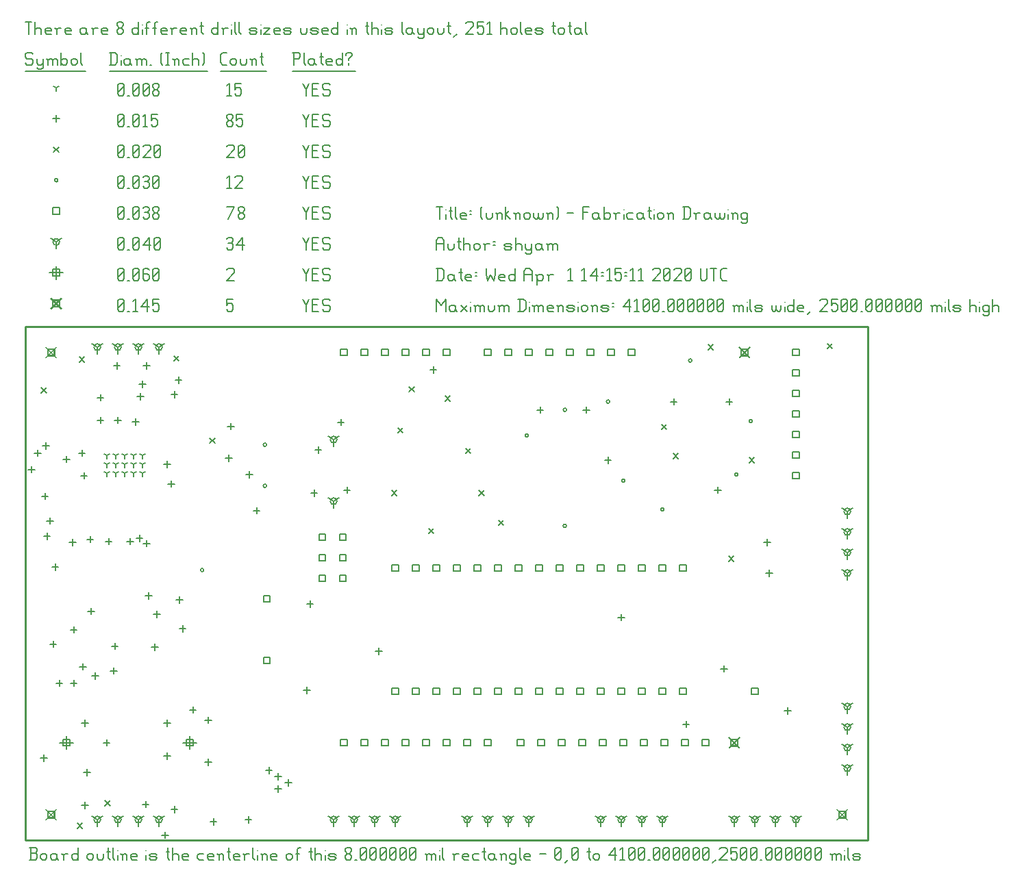
<source format=gbr>
G04 start of page 11 for group -3984 idx -3984 *
G04 Title: (unknown), fab *
G04 Creator: pcb 4.0.2 *
G04 CreationDate: Wed Apr  1 14:15:11 2020 UTC *
G04 For: shyam *
G04 Format: Gerber/RS-274X *
G04 PCB-Dimensions (mil): 4100.00 2500.00 *
G04 PCB-Coordinate-Origin: lower left *
%MOIN*%
%FSLAX25Y25*%
%LNFAB*%
%ADD143C,0.0100*%
%ADD142C,0.0075*%
%ADD141C,0.0060*%
%ADD140R,0.0080X0.0080*%
%ADD139C,0.0001*%
G54D139*G36*
X395100Y15466D02*X400466Y10100D01*
X399900Y9534D01*
X394534Y14900D01*
X395100Y15466D01*
G37*
G36*
X394534Y10100D02*X399900Y15466D01*
X400466Y14900D01*
X395100Y9534D01*
X394534Y10100D01*
G37*
G54D140*X395900Y14100D02*X399100D01*
X395900D02*Y10900D01*
X399100D01*
Y14100D02*Y10900D01*
G54D139*G36*
X342600Y50466D02*X347966Y45100D01*
X347400Y44534D01*
X342034Y49900D01*
X342600Y50466D01*
G37*
G36*
X342034Y45100D02*X347400Y50466D01*
X347966Y49900D01*
X342600Y44534D01*
X342034Y45100D01*
G37*
G54D140*X343400Y49100D02*X346600D01*
X343400D02*Y45900D01*
X346600D01*
Y49100D02*Y45900D01*
G54D139*G36*
X347600Y240466D02*X352966Y235100D01*
X352400Y234534D01*
X347034Y239900D01*
X347600Y240466D01*
G37*
G36*
X347034Y235100D02*X352400Y240466D01*
X352966Y239900D01*
X347600Y234534D01*
X347034Y235100D01*
G37*
G54D140*X348400Y239100D02*X351600D01*
X348400D02*Y235900D01*
X351600D01*
Y239100D02*Y235900D01*
G54D139*G36*
X10100Y240466D02*X15466Y235100D01*
X14900Y234534D01*
X9534Y239900D01*
X10100Y240466D01*
G37*
G36*
X9534Y235100D02*X14900Y240466D01*
X15466Y239900D01*
X10100Y234534D01*
X9534Y235100D01*
G37*
G54D140*X10900Y239100D02*X14100D01*
X10900D02*Y235900D01*
X14100D01*
Y239100D02*Y235900D01*
G54D139*G36*
X10100Y15466D02*X15466Y10100D01*
X14900Y9534D01*
X9534Y14900D01*
X10100Y15466D01*
G37*
G36*
X9534Y10100D02*X14900Y15466D01*
X15466Y14900D01*
X10100Y9534D01*
X9534Y10100D01*
G37*
G54D140*X10900Y14100D02*X14100D01*
X10900D02*Y10900D01*
X14100D01*
Y14100D02*Y10900D01*
G54D139*G36*
X12600Y264216D02*X17966Y258850D01*
X17400Y258284D01*
X12034Y263650D01*
X12600Y264216D01*
G37*
G36*
X12034Y258850D02*X17400Y264216D01*
X17966Y263650D01*
X12600Y258284D01*
X12034Y258850D01*
G37*
G54D140*X13400Y262850D02*X16600D01*
X13400D02*Y259650D01*
X16600D01*
Y262850D02*Y259650D01*
G54D141*X135000Y263500D02*X136500Y260500D01*
X138000Y263500D01*
X136500Y260500D02*Y257500D01*
X139800Y260800D02*X142050D01*
X139800Y257500D02*X142800D01*
X139800Y263500D02*Y257500D01*
Y263500D02*X142800D01*
X147600D02*X148350Y262750D01*
X145350Y263500D02*X147600D01*
X144600Y262750D02*X145350Y263500D01*
X144600Y262750D02*Y261250D01*
X145350Y260500D01*
X147600D01*
X148350Y259750D01*
Y258250D01*
X147600Y257500D02*X148350Y258250D01*
X145350Y257500D02*X147600D01*
X144600Y258250D02*X145350Y257500D01*
X98000Y263500D02*X101000D01*
X98000D02*Y260500D01*
X98750Y261250D01*
X100250D01*
X101000Y260500D01*
Y258250D01*
X100250Y257500D02*X101000Y258250D01*
X98750Y257500D02*X100250D01*
X98000Y258250D02*X98750Y257500D01*
X45000Y258250D02*X45750Y257500D01*
X45000Y262750D02*Y258250D01*
Y262750D02*X45750Y263500D01*
X47250D01*
X48000Y262750D01*
Y258250D01*
X47250Y257500D02*X48000Y258250D01*
X45750Y257500D02*X47250D01*
X45000Y259000D02*X48000Y262000D01*
X49800Y257500D02*X50550D01*
X52350Y262300D02*X53550Y263500D01*
Y257500D01*
X52350D02*X54600D01*
X56400Y259750D02*X59400Y263500D01*
X56400Y259750D02*X60150D01*
X59400Y263500D02*Y257500D01*
X61950Y263500D02*X64950D01*
X61950D02*Y260500D01*
X62700Y261250D01*
X64200D01*
X64950Y260500D01*
Y258250D01*
X64200Y257500D02*X64950Y258250D01*
X62700Y257500D02*X64200D01*
X61950Y258250D02*X62700Y257500D01*
X80000Y50700D02*Y44300D01*
X76800Y47500D02*X83200D01*
X78400Y49100D02*X81600D01*
X78400D02*Y45900D01*
X81600D01*
Y49100D02*Y45900D01*
X20000Y50700D02*Y44300D01*
X16800Y47500D02*X23200D01*
X18400Y49100D02*X21600D01*
X18400D02*Y45900D01*
X21600D01*
Y49100D02*Y45900D01*
X15000Y279450D02*Y273050D01*
X11800Y276250D02*X18200D01*
X13400Y277850D02*X16600D01*
X13400D02*Y274650D01*
X16600D01*
Y277850D02*Y274650D01*
X135000Y278500D02*X136500Y275500D01*
X138000Y278500D01*
X136500Y275500D02*Y272500D01*
X139800Y275800D02*X142050D01*
X139800Y272500D02*X142800D01*
X139800Y278500D02*Y272500D01*
Y278500D02*X142800D01*
X147600D02*X148350Y277750D01*
X145350Y278500D02*X147600D01*
X144600Y277750D02*X145350Y278500D01*
X144600Y277750D02*Y276250D01*
X145350Y275500D01*
X147600D01*
X148350Y274750D01*
Y273250D01*
X147600Y272500D02*X148350Y273250D01*
X145350Y272500D02*X147600D01*
X144600Y273250D02*X145350Y272500D01*
X98000Y277750D02*X98750Y278500D01*
X101000D01*
X101750Y277750D01*
Y276250D01*
X98000Y272500D02*X101750Y276250D01*
X98000Y272500D02*X101750D01*
X45000Y273250D02*X45750Y272500D01*
X45000Y277750D02*Y273250D01*
Y277750D02*X45750Y278500D01*
X47250D01*
X48000Y277750D01*
Y273250D01*
X47250Y272500D02*X48000Y273250D01*
X45750Y272500D02*X47250D01*
X45000Y274000D02*X48000Y277000D01*
X49800Y272500D02*X50550D01*
X52350Y273250D02*X53100Y272500D01*
X52350Y277750D02*Y273250D01*
Y277750D02*X53100Y278500D01*
X54600D01*
X55350Y277750D01*
Y273250D01*
X54600Y272500D02*X55350Y273250D01*
X53100Y272500D02*X54600D01*
X52350Y274000D02*X55350Y277000D01*
X59400Y278500D02*X60150Y277750D01*
X57900Y278500D02*X59400D01*
X57150Y277750D02*X57900Y278500D01*
X57150Y277750D02*Y273250D01*
X57900Y272500D01*
X59400Y275800D02*X60150Y275050D01*
X57150Y275800D02*X59400D01*
X57900Y272500D02*X59400D01*
X60150Y273250D01*
Y275050D02*Y273250D01*
X61950D02*X62700Y272500D01*
X61950Y277750D02*Y273250D01*
Y277750D02*X62700Y278500D01*
X64200D01*
X64950Y277750D01*
Y273250D01*
X64200Y272500D02*X64950Y273250D01*
X62700Y272500D02*X64200D01*
X61950Y274000D02*X64950Y277000D01*
X310000Y10000D02*Y6800D01*
Y10000D02*X312773Y11600D01*
X310000Y10000D02*X307227Y11600D01*
X308400Y10000D02*G75*G03X311600Y10000I1600J0D01*G01*
G75*G03X308400Y10000I-1600J0D01*G01*
X300000D02*Y6800D01*
Y10000D02*X302773Y11600D01*
X300000Y10000D02*X297227Y11600D01*
X298400Y10000D02*G75*G03X301600Y10000I1600J0D01*G01*
G75*G03X298400Y10000I-1600J0D01*G01*
X290000D02*Y6800D01*
Y10000D02*X292773Y11600D01*
X290000Y10000D02*X287227Y11600D01*
X288400Y10000D02*G75*G03X291600Y10000I1600J0D01*G01*
G75*G03X288400Y10000I-1600J0D01*G01*
X280000D02*Y6800D01*
Y10000D02*X282773Y11600D01*
X280000Y10000D02*X277227Y11600D01*
X278400Y10000D02*G75*G03X281600Y10000I1600J0D01*G01*
G75*G03X278400Y10000I-1600J0D01*G01*
X180000D02*Y6800D01*
Y10000D02*X182773Y11600D01*
X180000Y10000D02*X177227Y11600D01*
X178400Y10000D02*G75*G03X181600Y10000I1600J0D01*G01*
G75*G03X178400Y10000I-1600J0D01*G01*
X170000D02*Y6800D01*
Y10000D02*X172773Y11600D01*
X170000Y10000D02*X167227Y11600D01*
X168400Y10000D02*G75*G03X171600Y10000I1600J0D01*G01*
G75*G03X168400Y10000I-1600J0D01*G01*
X160000D02*Y6800D01*
Y10000D02*X162773Y11600D01*
X160000Y10000D02*X157227Y11600D01*
X158400Y10000D02*G75*G03X161600Y10000I1600J0D01*G01*
G75*G03X158400Y10000I-1600J0D01*G01*
X150000D02*Y6800D01*
Y10000D02*X152773Y11600D01*
X150000Y10000D02*X147227Y11600D01*
X148400Y10000D02*G75*G03X151600Y10000I1600J0D01*G01*
G75*G03X148400Y10000I-1600J0D01*G01*
X245000D02*Y6800D01*
Y10000D02*X247773Y11600D01*
X245000Y10000D02*X242227Y11600D01*
X243400Y10000D02*G75*G03X246600Y10000I1600J0D01*G01*
G75*G03X243400Y10000I-1600J0D01*G01*
X235000D02*Y6800D01*
Y10000D02*X237773Y11600D01*
X235000Y10000D02*X232227Y11600D01*
X233400Y10000D02*G75*G03X236600Y10000I1600J0D01*G01*
G75*G03X233400Y10000I-1600J0D01*G01*
X225000D02*Y6800D01*
Y10000D02*X227773Y11600D01*
X225000Y10000D02*X222227Y11600D01*
X223400Y10000D02*G75*G03X226600Y10000I1600J0D01*G01*
G75*G03X223400Y10000I-1600J0D01*G01*
X215000D02*Y6800D01*
Y10000D02*X217773Y11600D01*
X215000Y10000D02*X212227Y11600D01*
X213400Y10000D02*G75*G03X216600Y10000I1600J0D01*G01*
G75*G03X213400Y10000I-1600J0D01*G01*
X400000Y65000D02*Y61800D01*
Y65000D02*X402773Y66600D01*
X400000Y65000D02*X397227Y66600D01*
X398400Y65000D02*G75*G03X401600Y65000I1600J0D01*G01*
G75*G03X398400Y65000I-1600J0D01*G01*
X400000Y55000D02*Y51800D01*
Y55000D02*X402773Y56600D01*
X400000Y55000D02*X397227Y56600D01*
X398400Y55000D02*G75*G03X401600Y55000I1600J0D01*G01*
G75*G03X398400Y55000I-1600J0D01*G01*
X400000Y45000D02*Y41800D01*
Y45000D02*X402773Y46600D01*
X400000Y45000D02*X397227Y46600D01*
X398400Y45000D02*G75*G03X401600Y45000I1600J0D01*G01*
G75*G03X398400Y45000I-1600J0D01*G01*
X400000Y35000D02*Y31800D01*
Y35000D02*X402773Y36600D01*
X400000Y35000D02*X397227Y36600D01*
X398400Y35000D02*G75*G03X401600Y35000I1600J0D01*G01*
G75*G03X398400Y35000I-1600J0D01*G01*
X400000Y160000D02*Y156800D01*
Y160000D02*X402773Y161600D01*
X400000Y160000D02*X397227Y161600D01*
X398400Y160000D02*G75*G03X401600Y160000I1600J0D01*G01*
G75*G03X398400Y160000I-1600J0D01*G01*
X400000Y150000D02*Y146800D01*
Y150000D02*X402773Y151600D01*
X400000Y150000D02*X397227Y151600D01*
X398400Y150000D02*G75*G03X401600Y150000I1600J0D01*G01*
G75*G03X398400Y150000I-1600J0D01*G01*
X400000Y140000D02*Y136800D01*
Y140000D02*X402773Y141600D01*
X400000Y140000D02*X397227Y141600D01*
X398400Y140000D02*G75*G03X401600Y140000I1600J0D01*G01*
G75*G03X398400Y140000I-1600J0D01*G01*
X400000Y130000D02*Y126800D01*
Y130000D02*X402773Y131600D01*
X400000Y130000D02*X397227Y131600D01*
X398400Y130000D02*G75*G03X401600Y130000I1600J0D01*G01*
G75*G03X398400Y130000I-1600J0D01*G01*
X65000Y10000D02*Y6800D01*
Y10000D02*X67773Y11600D01*
X65000Y10000D02*X62227Y11600D01*
X63400Y10000D02*G75*G03X66600Y10000I1600J0D01*G01*
G75*G03X63400Y10000I-1600J0D01*G01*
X55000D02*Y6800D01*
Y10000D02*X57773Y11600D01*
X55000Y10000D02*X52227Y11600D01*
X53400Y10000D02*G75*G03X56600Y10000I1600J0D01*G01*
G75*G03X53400Y10000I-1600J0D01*G01*
X45000D02*Y6800D01*
Y10000D02*X47773Y11600D01*
X45000Y10000D02*X42227Y11600D01*
X43400Y10000D02*G75*G03X46600Y10000I1600J0D01*G01*
G75*G03X43400Y10000I-1600J0D01*G01*
X35000D02*Y6800D01*
Y10000D02*X37773Y11600D01*
X35000Y10000D02*X32227Y11600D01*
X33400Y10000D02*G75*G03X36600Y10000I1600J0D01*G01*
G75*G03X33400Y10000I-1600J0D01*G01*
X35000Y240000D02*Y236800D01*
Y240000D02*X37773Y241600D01*
X35000Y240000D02*X32227Y241600D01*
X33400Y240000D02*G75*G03X36600Y240000I1600J0D01*G01*
G75*G03X33400Y240000I-1600J0D01*G01*
X45000D02*Y236800D01*
Y240000D02*X47773Y241600D01*
X45000Y240000D02*X42227Y241600D01*
X43400Y240000D02*G75*G03X46600Y240000I1600J0D01*G01*
G75*G03X43400Y240000I-1600J0D01*G01*
X55000D02*Y236800D01*
Y240000D02*X57773Y241600D01*
X55000Y240000D02*X52227Y241600D01*
X53400Y240000D02*G75*G03X56600Y240000I1600J0D01*G01*
G75*G03X53400Y240000I-1600J0D01*G01*
X65000D02*Y236800D01*
Y240000D02*X67773Y241600D01*
X65000Y240000D02*X62227Y241600D01*
X63400Y240000D02*G75*G03X66600Y240000I1600J0D01*G01*
G75*G03X63400Y240000I-1600J0D01*G01*
X375000Y10000D02*Y6800D01*
Y10000D02*X377773Y11600D01*
X375000Y10000D02*X372227Y11600D01*
X373400Y10000D02*G75*G03X376600Y10000I1600J0D01*G01*
G75*G03X373400Y10000I-1600J0D01*G01*
X365000D02*Y6800D01*
Y10000D02*X367773Y11600D01*
X365000Y10000D02*X362227Y11600D01*
X363400Y10000D02*G75*G03X366600Y10000I1600J0D01*G01*
G75*G03X363400Y10000I-1600J0D01*G01*
X355000D02*Y6800D01*
Y10000D02*X357773Y11600D01*
X355000Y10000D02*X352227Y11600D01*
X353400Y10000D02*G75*G03X356600Y10000I1600J0D01*G01*
G75*G03X353400Y10000I-1600J0D01*G01*
X345000D02*Y6800D01*
Y10000D02*X347773Y11600D01*
X345000Y10000D02*X342227Y11600D01*
X343400Y10000D02*G75*G03X346600Y10000I1600J0D01*G01*
G75*G03X343400Y10000I-1600J0D01*G01*
X150000Y195000D02*Y191800D01*
Y195000D02*X152773Y196600D01*
X150000Y195000D02*X147227Y196600D01*
X148400Y195000D02*G75*G03X151600Y195000I1600J0D01*G01*
G75*G03X148400Y195000I-1600J0D01*G01*
X150000Y165000D02*Y161800D01*
Y165000D02*X152773Y166600D01*
X150000Y165000D02*X147227Y166600D01*
X148400Y165000D02*G75*G03X151600Y165000I1600J0D01*G01*
G75*G03X148400Y165000I-1600J0D01*G01*
X15000Y291250D02*Y288050D01*
Y291250D02*X17773Y292850D01*
X15000Y291250D02*X12227Y292850D01*
X13400Y291250D02*G75*G03X16600Y291250I1600J0D01*G01*
G75*G03X13400Y291250I-1600J0D01*G01*
X135000Y293500D02*X136500Y290500D01*
X138000Y293500D01*
X136500Y290500D02*Y287500D01*
X139800Y290800D02*X142050D01*
X139800Y287500D02*X142800D01*
X139800Y293500D02*Y287500D01*
Y293500D02*X142800D01*
X147600D02*X148350Y292750D01*
X145350Y293500D02*X147600D01*
X144600Y292750D02*X145350Y293500D01*
X144600Y292750D02*Y291250D01*
X145350Y290500D01*
X147600D01*
X148350Y289750D01*
Y288250D01*
X147600Y287500D02*X148350Y288250D01*
X145350Y287500D02*X147600D01*
X144600Y288250D02*X145350Y287500D01*
X98000Y292750D02*X98750Y293500D01*
X100250D01*
X101000Y292750D01*
X100250Y287500D02*X101000Y288250D01*
X98750Y287500D02*X100250D01*
X98000Y288250D02*X98750Y287500D01*
Y290800D02*X100250D01*
X101000Y292750D02*Y291550D01*
Y290050D02*Y288250D01*
Y290050D02*X100250Y290800D01*
X101000Y291550D02*X100250Y290800D01*
X102800Y289750D02*X105800Y293500D01*
X102800Y289750D02*X106550D01*
X105800Y293500D02*Y287500D01*
X45000Y288250D02*X45750Y287500D01*
X45000Y292750D02*Y288250D01*
Y292750D02*X45750Y293500D01*
X47250D01*
X48000Y292750D01*
Y288250D01*
X47250Y287500D02*X48000Y288250D01*
X45750Y287500D02*X47250D01*
X45000Y289000D02*X48000Y292000D01*
X49800Y287500D02*X50550D01*
X52350Y288250D02*X53100Y287500D01*
X52350Y292750D02*Y288250D01*
Y292750D02*X53100Y293500D01*
X54600D01*
X55350Y292750D01*
Y288250D01*
X54600Y287500D02*X55350Y288250D01*
X53100Y287500D02*X54600D01*
X52350Y289000D02*X55350Y292000D01*
X57150Y289750D02*X60150Y293500D01*
X57150Y289750D02*X60900D01*
X60150Y293500D02*Y287500D01*
X62700Y288250D02*X63450Y287500D01*
X62700Y292750D02*Y288250D01*
Y292750D02*X63450Y293500D01*
X64950D01*
X65700Y292750D01*
Y288250D01*
X64950Y287500D02*X65700Y288250D01*
X63450Y287500D02*X64950D01*
X62700Y289000D02*X65700Y292000D01*
X178400Y134100D02*X181600D01*
X178400D02*Y130900D01*
X181600D01*
Y134100D02*Y130900D01*
X188400Y134100D02*X191600D01*
X188400D02*Y130900D01*
X191600D01*
Y134100D02*Y130900D01*
X198400Y134100D02*X201600D01*
X198400D02*Y130900D01*
X201600D01*
Y134100D02*Y130900D01*
X208400Y134100D02*X211600D01*
X208400D02*Y130900D01*
X211600D01*
Y134100D02*Y130900D01*
X218400Y134100D02*X221600D01*
X218400D02*Y130900D01*
X221600D01*
Y134100D02*Y130900D01*
X228400Y134100D02*X231600D01*
X228400D02*Y130900D01*
X231600D01*
Y134100D02*Y130900D01*
X238400Y134100D02*X241600D01*
X238400D02*Y130900D01*
X241600D01*
Y134100D02*Y130900D01*
X248400Y134100D02*X251600D01*
X248400D02*Y130900D01*
X251600D01*
Y134100D02*Y130900D01*
X258400Y134100D02*X261600D01*
X258400D02*Y130900D01*
X261600D01*
Y134100D02*Y130900D01*
X268400Y134100D02*X271600D01*
X268400D02*Y130900D01*
X271600D01*
Y134100D02*Y130900D01*
X278400Y134100D02*X281600D01*
X278400D02*Y130900D01*
X281600D01*
Y134100D02*Y130900D01*
X288400Y134100D02*X291600D01*
X288400D02*Y130900D01*
X291600D01*
Y134100D02*Y130900D01*
X298400Y134100D02*X301600D01*
X298400D02*Y130900D01*
X301600D01*
Y134100D02*Y130900D01*
X308400Y134100D02*X311600D01*
X308400D02*Y130900D01*
X311600D01*
Y134100D02*Y130900D01*
X318400Y134100D02*X321600D01*
X318400D02*Y130900D01*
X321600D01*
Y134100D02*Y130900D01*
X309400Y49100D02*X312600D01*
X309400D02*Y45900D01*
X312600D01*
Y49100D02*Y45900D01*
X329400Y49100D02*X332600D01*
X329400D02*Y45900D01*
X332600D01*
Y49100D02*Y45900D01*
X319400Y49100D02*X322600D01*
X319400D02*Y45900D01*
X322600D01*
Y49100D02*Y45900D01*
X279400Y49100D02*X282600D01*
X279400D02*Y45900D01*
X282600D01*
Y49100D02*Y45900D01*
X269400Y49100D02*X272600D01*
X269400D02*Y45900D01*
X272600D01*
Y49100D02*Y45900D01*
X239400Y49100D02*X242600D01*
X239400D02*Y45900D01*
X242600D01*
Y49100D02*Y45900D01*
X249400Y49100D02*X252600D01*
X249400D02*Y45900D01*
X252600D01*
Y49100D02*Y45900D01*
X259400Y49100D02*X262600D01*
X259400D02*Y45900D01*
X262600D01*
Y49100D02*Y45900D01*
X299400Y49100D02*X302600D01*
X299400D02*Y45900D01*
X302600D01*
Y49100D02*Y45900D01*
X289400Y49100D02*X292600D01*
X289400D02*Y45900D01*
X292600D01*
Y49100D02*Y45900D01*
X293400Y239100D02*X296600D01*
X293400D02*Y235900D01*
X296600D01*
Y239100D02*Y235900D01*
X283400Y239100D02*X286600D01*
X283400D02*Y235900D01*
X286600D01*
Y239100D02*Y235900D01*
X273400Y239100D02*X276600D01*
X273400D02*Y235900D01*
X276600D01*
Y239100D02*Y235900D01*
X263400Y239100D02*X266600D01*
X263400D02*Y235900D01*
X266600D01*
Y239100D02*Y235900D01*
X253400Y239100D02*X256600D01*
X253400D02*Y235900D01*
X256600D01*
Y239100D02*Y235900D01*
X243400Y239100D02*X246600D01*
X243400D02*Y235900D01*
X246600D01*
Y239100D02*Y235900D01*
X233400Y239100D02*X236600D01*
X233400D02*Y235900D01*
X236600D01*
Y239100D02*Y235900D01*
X223400Y239100D02*X226600D01*
X223400D02*Y235900D01*
X226600D01*
Y239100D02*Y235900D01*
X153400Y49100D02*X156600D01*
X153400D02*Y45900D01*
X156600D01*
Y49100D02*Y45900D01*
X163400Y49100D02*X166600D01*
X163400D02*Y45900D01*
X166600D01*
Y49100D02*Y45900D01*
X173400Y49100D02*X176600D01*
X173400D02*Y45900D01*
X176600D01*
Y49100D02*Y45900D01*
X183400Y49100D02*X186600D01*
X183400D02*Y45900D01*
X186600D01*
Y49100D02*Y45900D01*
X193400Y49100D02*X196600D01*
X193400D02*Y45900D01*
X196600D01*
Y49100D02*Y45900D01*
X203400Y49100D02*X206600D01*
X203400D02*Y45900D01*
X206600D01*
Y49100D02*Y45900D01*
X213400Y49100D02*X216600D01*
X213400D02*Y45900D01*
X216600D01*
Y49100D02*Y45900D01*
X223400Y49100D02*X226600D01*
X223400D02*Y45900D01*
X226600D01*
Y49100D02*Y45900D01*
X203400Y239100D02*X206600D01*
X203400D02*Y235900D01*
X206600D01*
Y239100D02*Y235900D01*
X193400Y239100D02*X196600D01*
X193400D02*Y235900D01*
X196600D01*
Y239100D02*Y235900D01*
X183400Y239100D02*X186600D01*
X183400D02*Y235900D01*
X186600D01*
Y239100D02*Y235900D01*
X173400Y239100D02*X176600D01*
X173400D02*Y235900D01*
X176600D01*
Y239100D02*Y235900D01*
X163400Y239100D02*X166600D01*
X163400D02*Y235900D01*
X166600D01*
Y239100D02*Y235900D01*
X153400Y239100D02*X156600D01*
X153400D02*Y235900D01*
X156600D01*
Y239100D02*Y235900D01*
X152900Y139100D02*X156100D01*
X152900D02*Y135900D01*
X156100D01*
Y139100D02*Y135900D01*
X142900Y139100D02*X146100D01*
X142900D02*Y135900D01*
X146100D01*
Y139100D02*Y135900D01*
X152900Y149100D02*X156100D01*
X152900D02*Y145900D01*
X156100D01*
Y149100D02*Y145900D01*
X142900Y149100D02*X146100D01*
X142900D02*Y145900D01*
X146100D01*
Y149100D02*Y145900D01*
X152900Y129100D02*X156100D01*
X152900D02*Y125900D01*
X156100D01*
Y129100D02*Y125900D01*
X142900Y129100D02*X146100D01*
X142900D02*Y125900D01*
X146100D01*
Y129100D02*Y125900D01*
X115900Y119100D02*X119100D01*
X115900D02*Y115900D01*
X119100D01*
Y119100D02*Y115900D01*
X115900Y89100D02*X119100D01*
X115900D02*Y85900D01*
X119100D01*
Y89100D02*Y85900D01*
X178400Y74100D02*X181600D01*
X178400D02*Y70900D01*
X181600D01*
Y74100D02*Y70900D01*
X188400Y74100D02*X191600D01*
X188400D02*Y70900D01*
X191600D01*
Y74100D02*Y70900D01*
X198400Y74100D02*X201600D01*
X198400D02*Y70900D01*
X201600D01*
Y74100D02*Y70900D01*
X208400Y74100D02*X211600D01*
X208400D02*Y70900D01*
X211600D01*
Y74100D02*Y70900D01*
X218400Y74100D02*X221600D01*
X218400D02*Y70900D01*
X221600D01*
Y74100D02*Y70900D01*
X228400Y74100D02*X231600D01*
X228400D02*Y70900D01*
X231600D01*
Y74100D02*Y70900D01*
X238400Y74100D02*X241600D01*
X238400D02*Y70900D01*
X241600D01*
Y74100D02*Y70900D01*
X248400Y74100D02*X251600D01*
X248400D02*Y70900D01*
X251600D01*
Y74100D02*Y70900D01*
X258400Y74100D02*X261600D01*
X258400D02*Y70900D01*
X261600D01*
Y74100D02*Y70900D01*
X268400Y74100D02*X271600D01*
X268400D02*Y70900D01*
X271600D01*
Y74100D02*Y70900D01*
X278400Y74100D02*X281600D01*
X278400D02*Y70900D01*
X281600D01*
Y74100D02*Y70900D01*
X288400Y74100D02*X291600D01*
X288400D02*Y70900D01*
X291600D01*
Y74100D02*Y70900D01*
X298400Y74100D02*X301600D01*
X298400D02*Y70900D01*
X301600D01*
Y74100D02*Y70900D01*
X308400Y74100D02*X311600D01*
X308400D02*Y70900D01*
X311600D01*
Y74100D02*Y70900D01*
X318400Y74100D02*X321600D01*
X318400D02*Y70900D01*
X321600D01*
Y74100D02*Y70900D01*
X353400Y74100D02*X356600D01*
X353400D02*Y70900D01*
X356600D01*
Y74100D02*Y70900D01*
X373400Y179100D02*X376600D01*
X373400D02*Y175900D01*
X376600D01*
Y179100D02*Y175900D01*
X373400Y189100D02*X376600D01*
X373400D02*Y185900D01*
X376600D01*
Y189100D02*Y185900D01*
X373400Y199100D02*X376600D01*
X373400D02*Y195900D01*
X376600D01*
Y199100D02*Y195900D01*
X373400Y209100D02*X376600D01*
X373400D02*Y205900D01*
X376600D01*
Y209100D02*Y205900D01*
X373400Y219100D02*X376600D01*
X373400D02*Y215900D01*
X376600D01*
Y219100D02*Y215900D01*
X373400Y229100D02*X376600D01*
X373400D02*Y225900D01*
X376600D01*
Y229100D02*Y225900D01*
X373400Y239100D02*X376600D01*
X373400D02*Y235900D01*
X376600D01*
Y239100D02*Y235900D01*
X13400Y307850D02*X16600D01*
X13400D02*Y304650D01*
X16600D01*
Y307850D02*Y304650D01*
X135000Y308500D02*X136500Y305500D01*
X138000Y308500D01*
X136500Y305500D02*Y302500D01*
X139800Y305800D02*X142050D01*
X139800Y302500D02*X142800D01*
X139800Y308500D02*Y302500D01*
Y308500D02*X142800D01*
X147600D02*X148350Y307750D01*
X145350Y308500D02*X147600D01*
X144600Y307750D02*X145350Y308500D01*
X144600Y307750D02*Y306250D01*
X145350Y305500D01*
X147600D01*
X148350Y304750D01*
Y303250D01*
X147600Y302500D02*X148350Y303250D01*
X145350Y302500D02*X147600D01*
X144600Y303250D02*X145350Y302500D01*
X98750D02*X101750Y308500D01*
X98000D02*X101750D01*
X103550Y303250D02*X104300Y302500D01*
X103550Y304450D02*Y303250D01*
Y304450D02*X104600Y305500D01*
X105500D01*
X106550Y304450D01*
Y303250D01*
X105800Y302500D02*X106550Y303250D01*
X104300Y302500D02*X105800D01*
X103550Y306550D02*X104600Y305500D01*
X103550Y307750D02*Y306550D01*
Y307750D02*X104300Y308500D01*
X105800D01*
X106550Y307750D01*
Y306550D01*
X105500Y305500D02*X106550Y306550D01*
X45000Y303250D02*X45750Y302500D01*
X45000Y307750D02*Y303250D01*
Y307750D02*X45750Y308500D01*
X47250D01*
X48000Y307750D01*
Y303250D01*
X47250Y302500D02*X48000Y303250D01*
X45750Y302500D02*X47250D01*
X45000Y304000D02*X48000Y307000D01*
X49800Y302500D02*X50550D01*
X52350Y303250D02*X53100Y302500D01*
X52350Y307750D02*Y303250D01*
Y307750D02*X53100Y308500D01*
X54600D01*
X55350Y307750D01*
Y303250D01*
X54600Y302500D02*X55350Y303250D01*
X53100Y302500D02*X54600D01*
X52350Y304000D02*X55350Y307000D01*
X57150Y307750D02*X57900Y308500D01*
X59400D01*
X60150Y307750D01*
X59400Y302500D02*X60150Y303250D01*
X57900Y302500D02*X59400D01*
X57150Y303250D02*X57900Y302500D01*
Y305800D02*X59400D01*
X60150Y307750D02*Y306550D01*
Y305050D02*Y303250D01*
Y305050D02*X59400Y305800D01*
X60150Y306550D02*X59400Y305800D01*
X61950Y303250D02*X62700Y302500D01*
X61950Y304450D02*Y303250D01*
Y304450D02*X63000Y305500D01*
X63900D01*
X64950Y304450D01*
Y303250D01*
X64200Y302500D02*X64950Y303250D01*
X62700Y302500D02*X64200D01*
X61950Y306550D02*X63000Y305500D01*
X61950Y307750D02*Y306550D01*
Y307750D02*X62700Y308500D01*
X64200D01*
X64950Y307750D01*
Y306550D01*
X63900Y305500D02*X64950Y306550D01*
X115700Y192500D02*G75*G03X117300Y192500I800J0D01*G01*
G75*G03X115700Y192500I-800J0D01*G01*
Y172500D02*G75*G03X117300Y172500I800J0D01*G01*
G75*G03X115700Y172500I-800J0D01*G01*
X261700Y209500D02*G75*G03X263300Y209500I800J0D01*G01*
G75*G03X261700Y209500I-800J0D01*G01*
X243200Y197000D02*G75*G03X244800Y197000I800J0D01*G01*
G75*G03X243200Y197000I-800J0D01*G01*
X290200Y175000D02*G75*G03X291800Y175000I800J0D01*G01*
G75*G03X290200Y175000I-800J0D01*G01*
X309200Y161000D02*G75*G03X310800Y161000I800J0D01*G01*
G75*G03X309200Y161000I-800J0D01*G01*
X345200Y178000D02*G75*G03X346800Y178000I800J0D01*G01*
G75*G03X345200Y178000I-800J0D01*G01*
X352200Y204000D02*G75*G03X353800Y204000I800J0D01*G01*
G75*G03X352200Y204000I-800J0D01*G01*
X322700Y233500D02*G75*G03X324300Y233500I800J0D01*G01*
G75*G03X322700Y233500I-800J0D01*G01*
X282700Y213500D02*G75*G03X284300Y213500I800J0D01*G01*
G75*G03X282700Y213500I-800J0D01*G01*
X85200Y131500D02*G75*G03X86800Y131500I800J0D01*G01*
G75*G03X85200Y131500I-800J0D01*G01*
X261700Y153000D02*G75*G03X263300Y153000I800J0D01*G01*
G75*G03X261700Y153000I-800J0D01*G01*
X14200Y321250D02*G75*G03X15800Y321250I800J0D01*G01*
G75*G03X14200Y321250I-800J0D01*G01*
X135000Y323500D02*X136500Y320500D01*
X138000Y323500D01*
X136500Y320500D02*Y317500D01*
X139800Y320800D02*X142050D01*
X139800Y317500D02*X142800D01*
X139800Y323500D02*Y317500D01*
Y323500D02*X142800D01*
X147600D02*X148350Y322750D01*
X145350Y323500D02*X147600D01*
X144600Y322750D02*X145350Y323500D01*
X144600Y322750D02*Y321250D01*
X145350Y320500D01*
X147600D01*
X148350Y319750D01*
Y318250D01*
X147600Y317500D02*X148350Y318250D01*
X145350Y317500D02*X147600D01*
X144600Y318250D02*X145350Y317500D01*
X98000Y322300D02*X99200Y323500D01*
Y317500D01*
X98000D02*X100250D01*
X102050Y322750D02*X102800Y323500D01*
X105050D01*
X105800Y322750D01*
Y321250D01*
X102050Y317500D02*X105800Y321250D01*
X102050Y317500D02*X105800D01*
X45000Y318250D02*X45750Y317500D01*
X45000Y322750D02*Y318250D01*
Y322750D02*X45750Y323500D01*
X47250D01*
X48000Y322750D01*
Y318250D01*
X47250Y317500D02*X48000Y318250D01*
X45750Y317500D02*X47250D01*
X45000Y319000D02*X48000Y322000D01*
X49800Y317500D02*X50550D01*
X52350Y318250D02*X53100Y317500D01*
X52350Y322750D02*Y318250D01*
Y322750D02*X53100Y323500D01*
X54600D01*
X55350Y322750D01*
Y318250D01*
X54600Y317500D02*X55350Y318250D01*
X53100Y317500D02*X54600D01*
X52350Y319000D02*X55350Y322000D01*
X57150Y322750D02*X57900Y323500D01*
X59400D01*
X60150Y322750D01*
X59400Y317500D02*X60150Y318250D01*
X57900Y317500D02*X59400D01*
X57150Y318250D02*X57900Y317500D01*
Y320800D02*X59400D01*
X60150Y322750D02*Y321550D01*
Y320050D02*Y318250D01*
Y320050D02*X59400Y320800D01*
X60150Y321550D02*X59400Y320800D01*
X61950Y318250D02*X62700Y317500D01*
X61950Y322750D02*Y318250D01*
Y322750D02*X62700Y323500D01*
X64200D01*
X64950Y322750D01*
Y318250D01*
X64200Y317500D02*X64950Y318250D01*
X62700Y317500D02*X64200D01*
X61950Y319000D02*X64950Y322000D01*
X352300Y186200D02*X354700Y183800D01*
X352300D02*X354700Y186200D01*
X332300Y241200D02*X334700Y238800D01*
X332300D02*X334700Y241200D01*
X390300Y241700D02*X392700Y239300D01*
X390300D02*X392700Y241700D01*
X309699Y202301D02*X312099Y199901D01*
X309699D02*X312099Y202301D01*
X315300Y188200D02*X317700Y185800D01*
X315300D02*X317700Y188200D01*
X181300Y200700D02*X183700Y198300D01*
X181300D02*X183700Y200700D01*
X220800Y170200D02*X223200Y167800D01*
X220800D02*X223200Y170200D01*
X196300Y151700D02*X198700Y149300D01*
X196300D02*X198700Y151700D01*
X178300Y170200D02*X180700Y167800D01*
X178300D02*X180700Y170200D01*
X230300Y155700D02*X232700Y153300D01*
X230300D02*X232700Y155700D01*
X89800Y195700D02*X92200Y193300D01*
X89800D02*X92200Y195700D01*
X7800Y220200D02*X10200Y217800D01*
X7800D02*X10200Y220200D01*
X38800Y19200D02*X41200Y16800D01*
X38800D02*X41200Y19200D01*
X25300Y8200D02*X27700Y5800D01*
X25300D02*X27700Y8200D01*
X26300Y235200D02*X28700Y232800D01*
X26300D02*X28700Y235200D01*
X72300Y235700D02*X74700Y233300D01*
X72300D02*X74700Y235700D01*
X204300Y216200D02*X206700Y213800D01*
X204300D02*X206700Y216200D01*
X186800Y220700D02*X189200Y218300D01*
X186800D02*X189200Y220700D01*
X342300Y138200D02*X344700Y135800D01*
X342300D02*X344700Y138200D01*
X214300Y190700D02*X216700Y188300D01*
X214300D02*X216700Y190700D01*
X13800Y337450D02*X16200Y335050D01*
X13800D02*X16200Y337450D01*
X135000Y338500D02*X136500Y335500D01*
X138000Y338500D01*
X136500Y335500D02*Y332500D01*
X139800Y335800D02*X142050D01*
X139800Y332500D02*X142800D01*
X139800Y338500D02*Y332500D01*
Y338500D02*X142800D01*
X147600D02*X148350Y337750D01*
X145350Y338500D02*X147600D01*
X144600Y337750D02*X145350Y338500D01*
X144600Y337750D02*Y336250D01*
X145350Y335500D01*
X147600D01*
X148350Y334750D01*
Y333250D01*
X147600Y332500D02*X148350Y333250D01*
X145350Y332500D02*X147600D01*
X144600Y333250D02*X145350Y332500D01*
X98000Y337750D02*X98750Y338500D01*
X101000D01*
X101750Y337750D01*
Y336250D01*
X98000Y332500D02*X101750Y336250D01*
X98000Y332500D02*X101750D01*
X103550Y333250D02*X104300Y332500D01*
X103550Y337750D02*Y333250D01*
Y337750D02*X104300Y338500D01*
X105800D01*
X106550Y337750D01*
Y333250D01*
X105800Y332500D02*X106550Y333250D01*
X104300Y332500D02*X105800D01*
X103550Y334000D02*X106550Y337000D01*
X45000Y333250D02*X45750Y332500D01*
X45000Y337750D02*Y333250D01*
Y337750D02*X45750Y338500D01*
X47250D01*
X48000Y337750D01*
Y333250D01*
X47250Y332500D02*X48000Y333250D01*
X45750Y332500D02*X47250D01*
X45000Y334000D02*X48000Y337000D01*
X49800Y332500D02*X50550D01*
X52350Y333250D02*X53100Y332500D01*
X52350Y337750D02*Y333250D01*
Y337750D02*X53100Y338500D01*
X54600D01*
X55350Y337750D01*
Y333250D01*
X54600Y332500D02*X55350Y333250D01*
X53100Y332500D02*X54600D01*
X52350Y334000D02*X55350Y337000D01*
X57150Y337750D02*X57900Y338500D01*
X60150D01*
X60900Y337750D01*
Y336250D01*
X57150Y332500D02*X60900Y336250D01*
X57150Y332500D02*X60900D01*
X62700Y333250D02*X63450Y332500D01*
X62700Y337750D02*Y333250D01*
Y337750D02*X63450Y338500D01*
X64950D01*
X65700Y337750D01*
Y333250D01*
X64950Y332500D02*X65700Y333250D01*
X63450Y332500D02*X64950D01*
X62700Y334000D02*X65700Y337000D01*
X23000Y146600D02*Y143400D01*
X21400Y145000D02*X24600D01*
X45000Y206100D02*Y202900D01*
X43400Y204500D02*X46600D01*
X53705Y205305D02*Y202105D01*
X52105Y203705D02*X55305D01*
X57000Y223600D02*Y220400D01*
X55400Y222000D02*X58600D01*
X56000Y217600D02*Y214400D01*
X54400Y216000D02*X57600D01*
X40500Y147100D02*Y143900D01*
X38900Y145500D02*X42100D01*
X51000Y147100D02*Y143900D01*
X49400Y145500D02*X52600D01*
X34000Y81600D02*Y78400D01*
X32400Y80000D02*X35600D01*
X118500Y35600D02*Y32400D01*
X116900Y34000D02*X120100D01*
X28000Y86100D02*Y82900D01*
X26400Y84500D02*X29600D01*
X123000Y32600D02*Y29400D01*
X121400Y31000D02*X124600D01*
X23500Y78100D02*Y74900D01*
X21900Y76500D02*X25100D01*
X16500Y78100D02*Y74900D01*
X14900Y76500D02*X18100D01*
X123000Y26600D02*Y23400D01*
X121400Y25000D02*X124600D01*
X153500Y205100D02*Y201900D01*
X151900Y203500D02*X155100D01*
X142500Y191600D02*Y188400D01*
X140900Y190000D02*X144100D01*
X140500Y170600D02*Y167400D01*
X138900Y169000D02*X142100D01*
X156500Y172100D02*Y168900D01*
X154900Y170500D02*X158100D01*
X43000Y84100D02*Y80900D01*
X41400Y82500D02*X44600D01*
X13500Y97100D02*Y93900D01*
X11900Y95500D02*X15100D01*
X14500Y134600D02*Y131400D01*
X12900Y133000D02*X16100D01*
X32000Y113100D02*Y109900D01*
X30400Y111500D02*X33600D01*
X10500Y149600D02*Y146400D01*
X8900Y148000D02*X12100D01*
X6000Y190100D02*Y186900D01*
X4400Y188500D02*X7600D01*
X60000Y120600D02*Y117400D01*
X58400Y119000D02*X61600D01*
X75000Y118600D02*Y115400D01*
X73400Y117000D02*X76600D01*
X64000Y111600D02*Y108400D01*
X62400Y110000D02*X65600D01*
X63000Y95600D02*Y92400D01*
X61400Y94000D02*X64600D01*
X76500Y104600D02*Y101400D01*
X74900Y103000D02*X78100D01*
X39500Y49100D02*Y45900D01*
X37900Y47500D02*X41100D01*
X30000Y34600D02*Y31400D01*
X28400Y33000D02*X31600D01*
X9000Y41600D02*Y38400D01*
X7400Y40000D02*X10600D01*
X29000Y58600D02*Y55400D01*
X27400Y57000D02*X30600D01*
X250500Y211100D02*Y207900D01*
X248900Y209500D02*X252100D01*
X273000Y211100D02*Y207900D01*
X271400Y209500D02*X274600D01*
X283500Y186600D02*Y183400D01*
X281900Y185000D02*X285100D01*
X198500Y230600D02*Y227400D01*
X196900Y229000D02*X200100D01*
X337000Y172100D02*Y168900D01*
X335400Y170500D02*X338600D01*
X321500Y58100D02*Y54900D01*
X319900Y56500D02*X323100D01*
X371000Y64600D02*Y61400D01*
X369400Y63000D02*X372600D01*
X128000Y29600D02*Y26400D01*
X126400Y28000D02*X129600D01*
X89000Y39600D02*Y36400D01*
X87400Y38000D02*X90600D01*
X89000Y60100D02*Y56900D01*
X87400Y58500D02*X90600D01*
X69000Y42600D02*Y39400D01*
X67400Y41000D02*X70600D01*
X69000Y58600D02*Y55400D01*
X67400Y57000D02*X70600D01*
X81500Y65100D02*Y61900D01*
X79900Y63500D02*X83100D01*
X43500Y96100D02*Y92900D01*
X41900Y94500D02*X45100D01*
X100000Y203100D02*Y199900D01*
X98400Y201500D02*X101600D01*
X99000Y187600D02*Y184400D01*
X97400Y186000D02*X100600D01*
X36500Y217100D02*Y213900D01*
X34900Y215500D02*X38100D01*
X36500Y206100D02*Y202900D01*
X34900Y204500D02*X38100D01*
X91500Y10600D02*Y7400D01*
X89900Y9000D02*X93100D01*
X55500Y148600D02*Y145400D01*
X53900Y147000D02*X57100D01*
X31500Y148100D02*Y144900D01*
X29900Y146500D02*X33100D01*
X27500Y190100D02*Y186900D01*
X25900Y188500D02*X29100D01*
X10000Y193600D02*Y190400D01*
X8400Y192000D02*X11600D01*
X28500Y179100D02*Y175900D01*
X26900Y177500D02*X30100D01*
X3000Y182100D02*Y178900D01*
X1400Y180500D02*X4600D01*
X71000Y175100D02*Y171900D01*
X69400Y173500D02*X72600D01*
X112500Y162100D02*Y158900D01*
X110900Y160500D02*X114100D01*
X109000Y179600D02*Y176400D01*
X107400Y178000D02*X110600D01*
X12000Y157100D02*Y153900D01*
X10400Y155500D02*X13600D01*
X361000Y146600D02*Y143400D01*
X359400Y145000D02*X362600D01*
X362000Y131600D02*Y128400D01*
X360400Y130000D02*X363600D01*
X172000Y93600D02*Y90400D01*
X170400Y92000D02*X173600D01*
X137000Y74600D02*Y71400D01*
X135400Y73000D02*X138600D01*
X138500Y116600D02*Y113400D01*
X136900Y115000D02*X140100D01*
X340000Y85100D02*Y81900D01*
X338400Y83500D02*X341600D01*
X290000Y110100D02*Y106900D01*
X288400Y108500D02*X291600D01*
X108500Y11600D02*Y8400D01*
X106900Y10000D02*X110100D01*
X9500Y169100D02*Y165900D01*
X7900Y167500D02*X11100D01*
X29000Y18600D02*Y15400D01*
X27400Y17000D02*X30600D01*
X59000Y146100D02*Y142900D01*
X57400Y144500D02*X60600D01*
X23500Y104100D02*Y100900D01*
X21900Y102500D02*X25100D01*
X59000Y232600D02*Y229400D01*
X57400Y231000D02*X60600D01*
X44500Y232600D02*Y229400D01*
X42900Y231000D02*X46100D01*
X58500Y19100D02*Y15900D01*
X56900Y17500D02*X60100D01*
X72500Y16600D02*Y13400D01*
X70900Y15000D02*X74100D01*
X68000Y4100D02*Y900D01*
X66400Y2500D02*X69600D01*
X72500Y218600D02*Y215400D01*
X70900Y217000D02*X74100D01*
X74500Y225600D02*Y222400D01*
X72900Y224000D02*X76100D01*
X315500Y215100D02*Y211900D01*
X313900Y213500D02*X317100D01*
X342500Y215100D02*Y211900D01*
X340900Y213500D02*X344100D01*
X69000Y184600D02*Y181400D01*
X67400Y183000D02*X70600D01*
X20000Y187100D02*Y183900D01*
X18400Y185500D02*X21600D01*
X15000Y352850D02*Y349650D01*
X13400Y351250D02*X16600D01*
X135000Y353500D02*X136500Y350500D01*
X138000Y353500D01*
X136500Y350500D02*Y347500D01*
X139800Y350800D02*X142050D01*
X139800Y347500D02*X142800D01*
X139800Y353500D02*Y347500D01*
Y353500D02*X142800D01*
X147600D02*X148350Y352750D01*
X145350Y353500D02*X147600D01*
X144600Y352750D02*X145350Y353500D01*
X144600Y352750D02*Y351250D01*
X145350Y350500D01*
X147600D01*
X148350Y349750D01*
Y348250D01*
X147600Y347500D02*X148350Y348250D01*
X145350Y347500D02*X147600D01*
X144600Y348250D02*X145350Y347500D01*
X98000Y348250D02*X98750Y347500D01*
X98000Y349450D02*Y348250D01*
Y349450D02*X99050Y350500D01*
X99950D01*
X101000Y349450D01*
Y348250D01*
X100250Y347500D02*X101000Y348250D01*
X98750Y347500D02*X100250D01*
X98000Y351550D02*X99050Y350500D01*
X98000Y352750D02*Y351550D01*
Y352750D02*X98750Y353500D01*
X100250D01*
X101000Y352750D01*
Y351550D01*
X99950Y350500D02*X101000Y351550D01*
X102800Y353500D02*X105800D01*
X102800D02*Y350500D01*
X103550Y351250D01*
X105050D01*
X105800Y350500D01*
Y348250D01*
X105050Y347500D02*X105800Y348250D01*
X103550Y347500D02*X105050D01*
X102800Y348250D02*X103550Y347500D01*
X45000Y348250D02*X45750Y347500D01*
X45000Y352750D02*Y348250D01*
Y352750D02*X45750Y353500D01*
X47250D01*
X48000Y352750D01*
Y348250D01*
X47250Y347500D02*X48000Y348250D01*
X45750Y347500D02*X47250D01*
X45000Y349000D02*X48000Y352000D01*
X49800Y347500D02*X50550D01*
X52350Y348250D02*X53100Y347500D01*
X52350Y352750D02*Y348250D01*
Y352750D02*X53100Y353500D01*
X54600D01*
X55350Y352750D01*
Y348250D01*
X54600Y347500D02*X55350Y348250D01*
X53100Y347500D02*X54600D01*
X52350Y349000D02*X55350Y352000D01*
X57150Y352300D02*X58350Y353500D01*
Y347500D01*
X57150D02*X59400D01*
X61200Y353500D02*X64200D01*
X61200D02*Y350500D01*
X61950Y351250D01*
X63450D01*
X64200Y350500D01*
Y348250D01*
X63450Y347500D02*X64200Y348250D01*
X61950Y347500D02*X63450D01*
X61200Y348250D02*X61950Y347500D01*
X52697Y178663D02*Y177063D01*
Y178663D02*X54084Y179463D01*
X52697Y178663D02*X51310Y179463D01*
X52697Y182993D02*Y181393D01*
Y182993D02*X54084Y183793D01*
X52697Y182993D02*X51310Y183793D01*
X52697Y187323D02*Y185723D01*
Y187323D02*X54084Y188123D01*
X52697Y187323D02*X51310Y188123D01*
X48367Y187323D02*Y185723D01*
Y187323D02*X49754Y188123D01*
X48367Y187323D02*X46980Y188123D01*
X57028Y187323D02*Y185723D01*
Y187323D02*X58415Y188123D01*
X57028Y187323D02*X55641Y188123D01*
X44037Y178663D02*Y177063D01*
Y178663D02*X45424Y179463D01*
X44037Y178663D02*X42650Y179463D01*
X57028Y178663D02*Y177063D01*
Y178663D02*X58415Y179463D01*
X57028Y178663D02*X55641Y179463D01*
X39706Y178663D02*Y177063D01*
Y178663D02*X41093Y179463D01*
X39706Y178663D02*X38319Y179463D01*
X39706Y182993D02*Y181393D01*
Y182993D02*X41093Y183793D01*
X39706Y182993D02*X38319Y183793D01*
X39706Y187323D02*Y185723D01*
Y187323D02*X41093Y188123D01*
X39706Y187323D02*X38319Y188123D01*
X44037Y187323D02*Y185723D01*
Y187323D02*X45424Y188123D01*
X44037Y187323D02*X42650Y188123D01*
X44037Y182993D02*Y181393D01*
Y182993D02*X45424Y183793D01*
X44037Y182993D02*X42650Y183793D01*
X57028Y182993D02*Y181393D01*
Y182993D02*X58415Y183793D01*
X57028Y182993D02*X55641Y183793D01*
X48367Y182993D02*Y181393D01*
Y182993D02*X49754Y183793D01*
X48367Y182993D02*X46980Y183793D01*
X48367Y178663D02*Y177063D01*
Y178663D02*X49754Y179463D01*
X48367Y178663D02*X46980Y179463D01*
X15000Y366250D02*Y364650D01*
Y366250D02*X16387Y367050D01*
X15000Y366250D02*X13613Y367050D01*
X135000Y368500D02*X136500Y365500D01*
X138000Y368500D01*
X136500Y365500D02*Y362500D01*
X139800Y365800D02*X142050D01*
X139800Y362500D02*X142800D01*
X139800Y368500D02*Y362500D01*
Y368500D02*X142800D01*
X147600D02*X148350Y367750D01*
X145350Y368500D02*X147600D01*
X144600Y367750D02*X145350Y368500D01*
X144600Y367750D02*Y366250D01*
X145350Y365500D01*
X147600D01*
X148350Y364750D01*
Y363250D01*
X147600Y362500D02*X148350Y363250D01*
X145350Y362500D02*X147600D01*
X144600Y363250D02*X145350Y362500D01*
X98000Y367300D02*X99200Y368500D01*
Y362500D01*
X98000D02*X100250D01*
X102050Y368500D02*X105050D01*
X102050D02*Y365500D01*
X102800Y366250D01*
X104300D01*
X105050Y365500D01*
Y363250D01*
X104300Y362500D02*X105050Y363250D01*
X102800Y362500D02*X104300D01*
X102050Y363250D02*X102800Y362500D01*
X45000Y363250D02*X45750Y362500D01*
X45000Y367750D02*Y363250D01*
Y367750D02*X45750Y368500D01*
X47250D01*
X48000Y367750D01*
Y363250D01*
X47250Y362500D02*X48000Y363250D01*
X45750Y362500D02*X47250D01*
X45000Y364000D02*X48000Y367000D01*
X49800Y362500D02*X50550D01*
X52350Y363250D02*X53100Y362500D01*
X52350Y367750D02*Y363250D01*
Y367750D02*X53100Y368500D01*
X54600D01*
X55350Y367750D01*
Y363250D01*
X54600Y362500D02*X55350Y363250D01*
X53100Y362500D02*X54600D01*
X52350Y364000D02*X55350Y367000D01*
X57150Y363250D02*X57900Y362500D01*
X57150Y367750D02*Y363250D01*
Y367750D02*X57900Y368500D01*
X59400D01*
X60150Y367750D01*
Y363250D01*
X59400Y362500D02*X60150Y363250D01*
X57900Y362500D02*X59400D01*
X57150Y364000D02*X60150Y367000D01*
X61950Y363250D02*X62700Y362500D01*
X61950Y364450D02*Y363250D01*
Y364450D02*X63000Y365500D01*
X63900D01*
X64950Y364450D01*
Y363250D01*
X64200Y362500D02*X64950Y363250D01*
X62700Y362500D02*X64200D01*
X61950Y366550D02*X63000Y365500D01*
X61950Y367750D02*Y366550D01*
Y367750D02*X62700Y368500D01*
X64200D01*
X64950Y367750D01*
Y366550D01*
X63900Y365500D02*X64950Y366550D01*
X3000Y383500D02*X3750Y382750D01*
X750Y383500D02*X3000D01*
X0Y382750D02*X750Y383500D01*
X0Y382750D02*Y381250D01*
X750Y380500D01*
X3000D01*
X3750Y379750D01*
Y378250D01*
X3000Y377500D02*X3750Y378250D01*
X750Y377500D02*X3000D01*
X0Y378250D02*X750Y377500D01*
X5550Y380500D02*Y378250D01*
X6300Y377500D01*
X8550Y380500D02*Y376000D01*
X7800Y375250D02*X8550Y376000D01*
X6300Y375250D02*X7800D01*
X5550Y376000D02*X6300Y375250D01*
Y377500D02*X7800D01*
X8550Y378250D01*
X11100Y379750D02*Y377500D01*
Y379750D02*X11850Y380500D01*
X12600D01*
X13350Y379750D01*
Y377500D01*
Y379750D02*X14100Y380500D01*
X14850D01*
X15600Y379750D01*
Y377500D01*
X10350Y380500D02*X11100Y379750D01*
X17400Y383500D02*Y377500D01*
Y378250D02*X18150Y377500D01*
X19650D01*
X20400Y378250D01*
Y379750D02*Y378250D01*
X19650Y380500D02*X20400Y379750D01*
X18150Y380500D02*X19650D01*
X17400Y379750D02*X18150Y380500D01*
X22200Y379750D02*Y378250D01*
Y379750D02*X22950Y380500D01*
X24450D01*
X25200Y379750D01*
Y378250D01*
X24450Y377500D02*X25200Y378250D01*
X22950Y377500D02*X24450D01*
X22200Y378250D02*X22950Y377500D01*
X27000Y383500D02*Y378250D01*
X27750Y377500D01*
X0Y374250D02*X29250D01*
X41750Y383500D02*Y377500D01*
X43700Y383500D02*X44750Y382450D01*
Y378550D01*
X43700Y377500D02*X44750Y378550D01*
X41000Y377500D02*X43700D01*
X41000Y383500D02*X43700D01*
G54D142*X46550Y382000D02*Y381850D01*
G54D141*Y379750D02*Y377500D01*
X50300Y380500D02*X51050Y379750D01*
X48800Y380500D02*X50300D01*
X48050Y379750D02*X48800Y380500D01*
X48050Y379750D02*Y378250D01*
X48800Y377500D01*
X51050Y380500D02*Y378250D01*
X51800Y377500D01*
X48800D02*X50300D01*
X51050Y378250D01*
X54350Y379750D02*Y377500D01*
Y379750D02*X55100Y380500D01*
X55850D01*
X56600Y379750D01*
Y377500D01*
Y379750D02*X57350Y380500D01*
X58100D01*
X58850Y379750D01*
Y377500D01*
X53600Y380500D02*X54350Y379750D01*
X60650Y377500D02*X61400D01*
X65900Y378250D02*X66650Y377500D01*
X65900Y382750D02*X66650Y383500D01*
X65900Y382750D02*Y378250D01*
X68450Y383500D02*X69950D01*
X69200D02*Y377500D01*
X68450D02*X69950D01*
X72500Y379750D02*Y377500D01*
Y379750D02*X73250Y380500D01*
X74000D01*
X74750Y379750D01*
Y377500D01*
X71750Y380500D02*X72500Y379750D01*
X77300Y380500D02*X79550D01*
X76550Y379750D02*X77300Y380500D01*
X76550Y379750D02*Y378250D01*
X77300Y377500D01*
X79550D01*
X81350Y383500D02*Y377500D01*
Y379750D02*X82100Y380500D01*
X83600D01*
X84350Y379750D01*
Y377500D01*
X86150Y383500D02*X86900Y382750D01*
Y378250D01*
X86150Y377500D02*X86900Y378250D01*
X41000Y374250D02*X88700D01*
X96050Y377500D02*X98000D01*
X95000Y378550D02*X96050Y377500D01*
X95000Y382450D02*Y378550D01*
Y382450D02*X96050Y383500D01*
X98000D01*
X99800Y379750D02*Y378250D01*
Y379750D02*X100550Y380500D01*
X102050D01*
X102800Y379750D01*
Y378250D01*
X102050Y377500D02*X102800Y378250D01*
X100550Y377500D02*X102050D01*
X99800Y378250D02*X100550Y377500D01*
X104600Y380500D02*Y378250D01*
X105350Y377500D01*
X106850D01*
X107600Y378250D01*
Y380500D02*Y378250D01*
X110150Y379750D02*Y377500D01*
Y379750D02*X110900Y380500D01*
X111650D01*
X112400Y379750D01*
Y377500D01*
X109400Y380500D02*X110150Y379750D01*
X114950Y383500D02*Y378250D01*
X115700Y377500D01*
X114200Y381250D02*X115700D01*
X95000Y374250D02*X117200D01*
X130750Y383500D02*Y377500D01*
X130000Y383500D02*X133000D01*
X133750Y382750D01*
Y381250D01*
X133000Y380500D02*X133750Y381250D01*
X130750Y380500D02*X133000D01*
X135550Y383500D02*Y378250D01*
X136300Y377500D01*
X140050Y380500D02*X140800Y379750D01*
X138550Y380500D02*X140050D01*
X137800Y379750D02*X138550Y380500D01*
X137800Y379750D02*Y378250D01*
X138550Y377500D01*
X140800Y380500D02*Y378250D01*
X141550Y377500D01*
X138550D02*X140050D01*
X140800Y378250D01*
X144100Y383500D02*Y378250D01*
X144850Y377500D01*
X143350Y381250D02*X144850D01*
X147100Y377500D02*X149350D01*
X146350Y378250D02*X147100Y377500D01*
X146350Y379750D02*Y378250D01*
Y379750D02*X147100Y380500D01*
X148600D01*
X149350Y379750D01*
X146350Y379000D02*X149350D01*
Y379750D02*Y379000D01*
X154150Y383500D02*Y377500D01*
X153400D02*X154150Y378250D01*
X151900Y377500D02*X153400D01*
X151150Y378250D02*X151900Y377500D01*
X151150Y379750D02*Y378250D01*
Y379750D02*X151900Y380500D01*
X153400D01*
X154150Y379750D01*
X157450Y380500D02*Y379750D01*
Y378250D02*Y377500D01*
X155950Y382750D02*Y382000D01*
Y382750D02*X156700Y383500D01*
X158200D01*
X158950Y382750D01*
Y382000D01*
X157450Y380500D02*X158950Y382000D01*
X130000Y374250D02*X160750D01*
X0Y398500D02*X3000D01*
X1500D02*Y392500D01*
X4800Y398500D02*Y392500D01*
Y394750D02*X5550Y395500D01*
X7050D01*
X7800Y394750D01*
Y392500D01*
X10350D02*X12600D01*
X9600Y393250D02*X10350Y392500D01*
X9600Y394750D02*Y393250D01*
Y394750D02*X10350Y395500D01*
X11850D01*
X12600Y394750D01*
X9600Y394000D02*X12600D01*
Y394750D02*Y394000D01*
X15150Y394750D02*Y392500D01*
Y394750D02*X15900Y395500D01*
X17400D01*
X14400D02*X15150Y394750D01*
X19950Y392500D02*X22200D01*
X19200Y393250D02*X19950Y392500D01*
X19200Y394750D02*Y393250D01*
Y394750D02*X19950Y395500D01*
X21450D01*
X22200Y394750D01*
X19200Y394000D02*X22200D01*
Y394750D02*Y394000D01*
X28950Y395500D02*X29700Y394750D01*
X27450Y395500D02*X28950D01*
X26700Y394750D02*X27450Y395500D01*
X26700Y394750D02*Y393250D01*
X27450Y392500D01*
X29700Y395500D02*Y393250D01*
X30450Y392500D01*
X27450D02*X28950D01*
X29700Y393250D01*
X33000Y394750D02*Y392500D01*
Y394750D02*X33750Y395500D01*
X35250D01*
X32250D02*X33000Y394750D01*
X37800Y392500D02*X40050D01*
X37050Y393250D02*X37800Y392500D01*
X37050Y394750D02*Y393250D01*
Y394750D02*X37800Y395500D01*
X39300D01*
X40050Y394750D01*
X37050Y394000D02*X40050D01*
Y394750D02*Y394000D01*
X44550Y393250D02*X45300Y392500D01*
X44550Y394450D02*Y393250D01*
Y394450D02*X45600Y395500D01*
X46500D01*
X47550Y394450D01*
Y393250D01*
X46800Y392500D02*X47550Y393250D01*
X45300Y392500D02*X46800D01*
X44550Y396550D02*X45600Y395500D01*
X44550Y397750D02*Y396550D01*
Y397750D02*X45300Y398500D01*
X46800D01*
X47550Y397750D01*
Y396550D01*
X46500Y395500D02*X47550Y396550D01*
X55050Y398500D02*Y392500D01*
X54300D02*X55050Y393250D01*
X52800Y392500D02*X54300D01*
X52050Y393250D02*X52800Y392500D01*
X52050Y394750D02*Y393250D01*
Y394750D02*X52800Y395500D01*
X54300D01*
X55050Y394750D01*
G54D142*X56850Y397000D02*Y396850D01*
G54D141*Y394750D02*Y392500D01*
X59100Y397750D02*Y392500D01*
Y397750D02*X59850Y398500D01*
X60600D01*
X58350Y395500D02*X59850D01*
X62850Y397750D02*Y392500D01*
Y397750D02*X63600Y398500D01*
X64350D01*
X62100Y395500D02*X63600D01*
X66600Y392500D02*X68850D01*
X65850Y393250D02*X66600Y392500D01*
X65850Y394750D02*Y393250D01*
Y394750D02*X66600Y395500D01*
X68100D01*
X68850Y394750D01*
X65850Y394000D02*X68850D01*
Y394750D02*Y394000D01*
X71400Y394750D02*Y392500D01*
Y394750D02*X72150Y395500D01*
X73650D01*
X70650D02*X71400Y394750D01*
X76200Y392500D02*X78450D01*
X75450Y393250D02*X76200Y392500D01*
X75450Y394750D02*Y393250D01*
Y394750D02*X76200Y395500D01*
X77700D01*
X78450Y394750D01*
X75450Y394000D02*X78450D01*
Y394750D02*Y394000D01*
X81000Y394750D02*Y392500D01*
Y394750D02*X81750Y395500D01*
X82500D01*
X83250Y394750D01*
Y392500D01*
X80250Y395500D02*X81000Y394750D01*
X85800Y398500D02*Y393250D01*
X86550Y392500D01*
X85050Y396250D02*X86550D01*
X93750Y398500D02*Y392500D01*
X93000D02*X93750Y393250D01*
X91500Y392500D02*X93000D01*
X90750Y393250D02*X91500Y392500D01*
X90750Y394750D02*Y393250D01*
Y394750D02*X91500Y395500D01*
X93000D01*
X93750Y394750D01*
X96300D02*Y392500D01*
Y394750D02*X97050Y395500D01*
X98550D01*
X95550D02*X96300Y394750D01*
G54D142*X100350Y397000D02*Y396850D01*
G54D141*Y394750D02*Y392500D01*
X101850Y398500D02*Y393250D01*
X102600Y392500D01*
X104100Y398500D02*Y393250D01*
X104850Y392500D01*
X109800D02*X112050D01*
X112800Y393250D01*
X112050Y394000D02*X112800Y393250D01*
X109800Y394000D02*X112050D01*
X109050Y394750D02*X109800Y394000D01*
X109050Y394750D02*X109800Y395500D01*
X112050D01*
X112800Y394750D01*
X109050Y393250D02*X109800Y392500D01*
G54D142*X114600Y397000D02*Y396850D01*
G54D141*Y394750D02*Y392500D01*
X116100Y395500D02*X119100D01*
X116100Y392500D02*X119100Y395500D01*
X116100Y392500D02*X119100D01*
X121650D02*X123900D01*
X120900Y393250D02*X121650Y392500D01*
X120900Y394750D02*Y393250D01*
Y394750D02*X121650Y395500D01*
X123150D01*
X123900Y394750D01*
X120900Y394000D02*X123900D01*
Y394750D02*Y394000D01*
X126450Y392500D02*X128700D01*
X129450Y393250D01*
X128700Y394000D02*X129450Y393250D01*
X126450Y394000D02*X128700D01*
X125700Y394750D02*X126450Y394000D01*
X125700Y394750D02*X126450Y395500D01*
X128700D01*
X129450Y394750D01*
X125700Y393250D02*X126450Y392500D01*
X133950Y395500D02*Y393250D01*
X134700Y392500D01*
X136200D01*
X136950Y393250D01*
Y395500D02*Y393250D01*
X139500Y392500D02*X141750D01*
X142500Y393250D01*
X141750Y394000D02*X142500Y393250D01*
X139500Y394000D02*X141750D01*
X138750Y394750D02*X139500Y394000D01*
X138750Y394750D02*X139500Y395500D01*
X141750D01*
X142500Y394750D01*
X138750Y393250D02*X139500Y392500D01*
X145050D02*X147300D01*
X144300Y393250D02*X145050Y392500D01*
X144300Y394750D02*Y393250D01*
Y394750D02*X145050Y395500D01*
X146550D01*
X147300Y394750D01*
X144300Y394000D02*X147300D01*
Y394750D02*Y394000D01*
X152100Y398500D02*Y392500D01*
X151350D02*X152100Y393250D01*
X149850Y392500D02*X151350D01*
X149100Y393250D02*X149850Y392500D01*
X149100Y394750D02*Y393250D01*
Y394750D02*X149850Y395500D01*
X151350D01*
X152100Y394750D01*
G54D142*X156600Y397000D02*Y396850D01*
G54D141*Y394750D02*Y392500D01*
X158850Y394750D02*Y392500D01*
Y394750D02*X159600Y395500D01*
X160350D01*
X161100Y394750D01*
Y392500D01*
X158100Y395500D02*X158850Y394750D01*
X166350Y398500D02*Y393250D01*
X167100Y392500D01*
X165600Y396250D02*X167100D01*
X168600Y398500D02*Y392500D01*
Y394750D02*X169350Y395500D01*
X170850D01*
X171600Y394750D01*
Y392500D01*
G54D142*X173400Y397000D02*Y396850D01*
G54D141*Y394750D02*Y392500D01*
X175650D02*X177900D01*
X178650Y393250D01*
X177900Y394000D02*X178650Y393250D01*
X175650Y394000D02*X177900D01*
X174900Y394750D02*X175650Y394000D01*
X174900Y394750D02*X175650Y395500D01*
X177900D01*
X178650Y394750D01*
X174900Y393250D02*X175650Y392500D01*
X183150Y398500D02*Y393250D01*
X183900Y392500D01*
X187650Y395500D02*X188400Y394750D01*
X186150Y395500D02*X187650D01*
X185400Y394750D02*X186150Y395500D01*
X185400Y394750D02*Y393250D01*
X186150Y392500D01*
X188400Y395500D02*Y393250D01*
X189150Y392500D01*
X186150D02*X187650D01*
X188400Y393250D01*
X190950Y395500D02*Y393250D01*
X191700Y392500D01*
X193950Y395500D02*Y391000D01*
X193200Y390250D02*X193950Y391000D01*
X191700Y390250D02*X193200D01*
X190950Y391000D02*X191700Y390250D01*
Y392500D02*X193200D01*
X193950Y393250D01*
X195750Y394750D02*Y393250D01*
Y394750D02*X196500Y395500D01*
X198000D01*
X198750Y394750D01*
Y393250D01*
X198000Y392500D02*X198750Y393250D01*
X196500Y392500D02*X198000D01*
X195750Y393250D02*X196500Y392500D01*
X200550Y395500D02*Y393250D01*
X201300Y392500D01*
X202800D01*
X203550Y393250D01*
Y395500D02*Y393250D01*
X206100Y398500D02*Y393250D01*
X206850Y392500D01*
X205350Y396250D02*X206850D01*
X208350Y391000D02*X209850Y392500D01*
X214350Y397750D02*X215100Y398500D01*
X217350D01*
X218100Y397750D01*
Y396250D01*
X214350Y392500D02*X218100Y396250D01*
X214350Y392500D02*X218100D01*
X219900Y398500D02*X222900D01*
X219900D02*Y395500D01*
X220650Y396250D01*
X222150D01*
X222900Y395500D01*
Y393250D01*
X222150Y392500D02*X222900Y393250D01*
X220650Y392500D02*X222150D01*
X219900Y393250D02*X220650Y392500D01*
X224700Y397300D02*X225900Y398500D01*
Y392500D01*
X224700D02*X226950D01*
X231450Y398500D02*Y392500D01*
Y394750D02*X232200Y395500D01*
X233700D01*
X234450Y394750D01*
Y392500D01*
X236250Y394750D02*Y393250D01*
Y394750D02*X237000Y395500D01*
X238500D01*
X239250Y394750D01*
Y393250D01*
X238500Y392500D02*X239250Y393250D01*
X237000Y392500D02*X238500D01*
X236250Y393250D02*X237000Y392500D01*
X241050Y398500D02*Y393250D01*
X241800Y392500D01*
X244050D02*X246300D01*
X243300Y393250D02*X244050Y392500D01*
X243300Y394750D02*Y393250D01*
Y394750D02*X244050Y395500D01*
X245550D01*
X246300Y394750D01*
X243300Y394000D02*X246300D01*
Y394750D02*Y394000D01*
X248850Y392500D02*X251100D01*
X251850Y393250D01*
X251100Y394000D02*X251850Y393250D01*
X248850Y394000D02*X251100D01*
X248100Y394750D02*X248850Y394000D01*
X248100Y394750D02*X248850Y395500D01*
X251100D01*
X251850Y394750D01*
X248100Y393250D02*X248850Y392500D01*
X257100Y398500D02*Y393250D01*
X257850Y392500D01*
X256350Y396250D02*X257850D01*
X259350Y394750D02*Y393250D01*
Y394750D02*X260100Y395500D01*
X261600D01*
X262350Y394750D01*
Y393250D01*
X261600Y392500D02*X262350Y393250D01*
X260100Y392500D02*X261600D01*
X259350Y393250D02*X260100Y392500D01*
X264900Y398500D02*Y393250D01*
X265650Y392500D01*
X264150Y396250D02*X265650D01*
X269400Y395500D02*X270150Y394750D01*
X267900Y395500D02*X269400D01*
X267150Y394750D02*X267900Y395500D01*
X267150Y394750D02*Y393250D01*
X267900Y392500D01*
X270150Y395500D02*Y393250D01*
X270900Y392500D01*
X267900D02*X269400D01*
X270150Y393250D01*
X272700Y398500D02*Y393250D01*
X273450Y392500D01*
G54D143*X0Y250000D02*X410000D01*
X0D02*Y0D01*
X410000Y250000D02*Y0D01*
X0D02*X410000D01*
G54D141*X200000Y263500D02*Y257500D01*
Y263500D02*X202250Y260500D01*
X204500Y263500D01*
Y257500D01*
X208550Y260500D02*X209300Y259750D01*
X207050Y260500D02*X208550D01*
X206300Y259750D02*X207050Y260500D01*
X206300Y259750D02*Y258250D01*
X207050Y257500D01*
X209300Y260500D02*Y258250D01*
X210050Y257500D01*
X207050D02*X208550D01*
X209300Y258250D01*
X211850Y260500D02*X214850Y257500D01*
X211850D02*X214850Y260500D01*
G54D142*X216650Y262000D02*Y261850D01*
G54D141*Y259750D02*Y257500D01*
X218900Y259750D02*Y257500D01*
Y259750D02*X219650Y260500D01*
X220400D01*
X221150Y259750D01*
Y257500D01*
Y259750D02*X221900Y260500D01*
X222650D01*
X223400Y259750D01*
Y257500D01*
X218150Y260500D02*X218900Y259750D01*
X225200Y260500D02*Y258250D01*
X225950Y257500D01*
X227450D01*
X228200Y258250D01*
Y260500D02*Y258250D01*
X230750Y259750D02*Y257500D01*
Y259750D02*X231500Y260500D01*
X232250D01*
X233000Y259750D01*
Y257500D01*
Y259750D02*X233750Y260500D01*
X234500D01*
X235250Y259750D01*
Y257500D01*
X230000Y260500D02*X230750Y259750D01*
X240500Y263500D02*Y257500D01*
X242450Y263500D02*X243500Y262450D01*
Y258550D01*
X242450Y257500D02*X243500Y258550D01*
X239750Y257500D02*X242450D01*
X239750Y263500D02*X242450D01*
G54D142*X245300Y262000D02*Y261850D01*
G54D141*Y259750D02*Y257500D01*
X247550Y259750D02*Y257500D01*
Y259750D02*X248300Y260500D01*
X249050D01*
X249800Y259750D01*
Y257500D01*
Y259750D02*X250550Y260500D01*
X251300D01*
X252050Y259750D01*
Y257500D01*
X246800Y260500D02*X247550Y259750D01*
X254600Y257500D02*X256850D01*
X253850Y258250D02*X254600Y257500D01*
X253850Y259750D02*Y258250D01*
Y259750D02*X254600Y260500D01*
X256100D01*
X256850Y259750D01*
X253850Y259000D02*X256850D01*
Y259750D02*Y259000D01*
X259400Y259750D02*Y257500D01*
Y259750D02*X260150Y260500D01*
X260900D01*
X261650Y259750D01*
Y257500D01*
X258650Y260500D02*X259400Y259750D01*
X264200Y257500D02*X266450D01*
X267200Y258250D01*
X266450Y259000D02*X267200Y258250D01*
X264200Y259000D02*X266450D01*
X263450Y259750D02*X264200Y259000D01*
X263450Y259750D02*X264200Y260500D01*
X266450D01*
X267200Y259750D01*
X263450Y258250D02*X264200Y257500D01*
G54D142*X269000Y262000D02*Y261850D01*
G54D141*Y259750D02*Y257500D01*
X270500Y259750D02*Y258250D01*
Y259750D02*X271250Y260500D01*
X272750D01*
X273500Y259750D01*
Y258250D01*
X272750Y257500D02*X273500Y258250D01*
X271250Y257500D02*X272750D01*
X270500Y258250D02*X271250Y257500D01*
X276050Y259750D02*Y257500D01*
Y259750D02*X276800Y260500D01*
X277550D01*
X278300Y259750D01*
Y257500D01*
X275300Y260500D02*X276050Y259750D01*
X280850Y257500D02*X283100D01*
X283850Y258250D01*
X283100Y259000D02*X283850Y258250D01*
X280850Y259000D02*X283100D01*
X280100Y259750D02*X280850Y259000D01*
X280100Y259750D02*X280850Y260500D01*
X283100D01*
X283850Y259750D01*
X280100Y258250D02*X280850Y257500D01*
X285650Y261250D02*X286400D01*
X285650Y259750D02*X286400D01*
X290900D02*X293900Y263500D01*
X290900Y259750D02*X294650D01*
X293900Y263500D02*Y257500D01*
X296450Y262300D02*X297650Y263500D01*
Y257500D01*
X296450D02*X298700D01*
X300500Y258250D02*X301250Y257500D01*
X300500Y262750D02*Y258250D01*
Y262750D02*X301250Y263500D01*
X302750D01*
X303500Y262750D01*
Y258250D01*
X302750Y257500D02*X303500Y258250D01*
X301250Y257500D02*X302750D01*
X300500Y259000D02*X303500Y262000D01*
X305300Y258250D02*X306050Y257500D01*
X305300Y262750D02*Y258250D01*
Y262750D02*X306050Y263500D01*
X307550D01*
X308300Y262750D01*
Y258250D01*
X307550Y257500D02*X308300Y258250D01*
X306050Y257500D02*X307550D01*
X305300Y259000D02*X308300Y262000D01*
X310100Y257500D02*X310850D01*
X312650Y258250D02*X313400Y257500D01*
X312650Y262750D02*Y258250D01*
Y262750D02*X313400Y263500D01*
X314900D01*
X315650Y262750D01*
Y258250D01*
X314900Y257500D02*X315650Y258250D01*
X313400Y257500D02*X314900D01*
X312650Y259000D02*X315650Y262000D01*
X317450Y258250D02*X318200Y257500D01*
X317450Y262750D02*Y258250D01*
Y262750D02*X318200Y263500D01*
X319700D01*
X320450Y262750D01*
Y258250D01*
X319700Y257500D02*X320450Y258250D01*
X318200Y257500D02*X319700D01*
X317450Y259000D02*X320450Y262000D01*
X322250Y258250D02*X323000Y257500D01*
X322250Y262750D02*Y258250D01*
Y262750D02*X323000Y263500D01*
X324500D01*
X325250Y262750D01*
Y258250D01*
X324500Y257500D02*X325250Y258250D01*
X323000Y257500D02*X324500D01*
X322250Y259000D02*X325250Y262000D01*
X327050Y258250D02*X327800Y257500D01*
X327050Y262750D02*Y258250D01*
Y262750D02*X327800Y263500D01*
X329300D01*
X330050Y262750D01*
Y258250D01*
X329300Y257500D02*X330050Y258250D01*
X327800Y257500D02*X329300D01*
X327050Y259000D02*X330050Y262000D01*
X331850Y258250D02*X332600Y257500D01*
X331850Y262750D02*Y258250D01*
Y262750D02*X332600Y263500D01*
X334100D01*
X334850Y262750D01*
Y258250D01*
X334100Y257500D02*X334850Y258250D01*
X332600Y257500D02*X334100D01*
X331850Y259000D02*X334850Y262000D01*
X336650Y258250D02*X337400Y257500D01*
X336650Y262750D02*Y258250D01*
Y262750D02*X337400Y263500D01*
X338900D01*
X339650Y262750D01*
Y258250D01*
X338900Y257500D02*X339650Y258250D01*
X337400Y257500D02*X338900D01*
X336650Y259000D02*X339650Y262000D01*
X344900Y259750D02*Y257500D01*
Y259750D02*X345650Y260500D01*
X346400D01*
X347150Y259750D01*
Y257500D01*
Y259750D02*X347900Y260500D01*
X348650D01*
X349400Y259750D01*
Y257500D01*
X344150Y260500D02*X344900Y259750D01*
G54D142*X351200Y262000D02*Y261850D01*
G54D141*Y259750D02*Y257500D01*
X352700Y263500D02*Y258250D01*
X353450Y257500D01*
X355700D02*X357950D01*
X358700Y258250D01*
X357950Y259000D02*X358700Y258250D01*
X355700Y259000D02*X357950D01*
X354950Y259750D02*X355700Y259000D01*
X354950Y259750D02*X355700Y260500D01*
X357950D01*
X358700Y259750D01*
X354950Y258250D02*X355700Y257500D01*
X363200Y260500D02*Y258250D01*
X363950Y257500D01*
X364700D01*
X365450Y258250D01*
Y260500D02*Y258250D01*
X366200Y257500D01*
X366950D01*
X367700Y258250D01*
Y260500D02*Y258250D01*
G54D142*X369500Y262000D02*Y261850D01*
G54D141*Y259750D02*Y257500D01*
X374000Y263500D02*Y257500D01*
X373250D02*X374000Y258250D01*
X371750Y257500D02*X373250D01*
X371000Y258250D02*X371750Y257500D01*
X371000Y259750D02*Y258250D01*
Y259750D02*X371750Y260500D01*
X373250D01*
X374000Y259750D01*
X376550Y257500D02*X378800D01*
X375800Y258250D02*X376550Y257500D01*
X375800Y259750D02*Y258250D01*
Y259750D02*X376550Y260500D01*
X378050D01*
X378800Y259750D01*
X375800Y259000D02*X378800D01*
Y259750D02*Y259000D01*
X380600Y256000D02*X382100Y257500D01*
X386600Y262750D02*X387350Y263500D01*
X389600D01*
X390350Y262750D01*
Y261250D01*
X386600Y257500D02*X390350Y261250D01*
X386600Y257500D02*X390350D01*
X392150Y263500D02*X395150D01*
X392150D02*Y260500D01*
X392900Y261250D01*
X394400D01*
X395150Y260500D01*
Y258250D01*
X394400Y257500D02*X395150Y258250D01*
X392900Y257500D02*X394400D01*
X392150Y258250D02*X392900Y257500D01*
X396950Y258250D02*X397700Y257500D01*
X396950Y262750D02*Y258250D01*
Y262750D02*X397700Y263500D01*
X399200D01*
X399950Y262750D01*
Y258250D01*
X399200Y257500D02*X399950Y258250D01*
X397700Y257500D02*X399200D01*
X396950Y259000D02*X399950Y262000D01*
X401750Y258250D02*X402500Y257500D01*
X401750Y262750D02*Y258250D01*
Y262750D02*X402500Y263500D01*
X404000D01*
X404750Y262750D01*
Y258250D01*
X404000Y257500D02*X404750Y258250D01*
X402500Y257500D02*X404000D01*
X401750Y259000D02*X404750Y262000D01*
X406550Y257500D02*X407300D01*
X409100Y258250D02*X409850Y257500D01*
X409100Y262750D02*Y258250D01*
Y262750D02*X409850Y263500D01*
X411350D01*
X412100Y262750D01*
Y258250D01*
X411350Y257500D02*X412100Y258250D01*
X409850Y257500D02*X411350D01*
X409100Y259000D02*X412100Y262000D01*
X413900Y258250D02*X414650Y257500D01*
X413900Y262750D02*Y258250D01*
Y262750D02*X414650Y263500D01*
X416150D01*
X416900Y262750D01*
Y258250D01*
X416150Y257500D02*X416900Y258250D01*
X414650Y257500D02*X416150D01*
X413900Y259000D02*X416900Y262000D01*
X418700Y258250D02*X419450Y257500D01*
X418700Y262750D02*Y258250D01*
Y262750D02*X419450Y263500D01*
X420950D01*
X421700Y262750D01*
Y258250D01*
X420950Y257500D02*X421700Y258250D01*
X419450Y257500D02*X420950D01*
X418700Y259000D02*X421700Y262000D01*
X423500Y258250D02*X424250Y257500D01*
X423500Y262750D02*Y258250D01*
Y262750D02*X424250Y263500D01*
X425750D01*
X426500Y262750D01*
Y258250D01*
X425750Y257500D02*X426500Y258250D01*
X424250Y257500D02*X425750D01*
X423500Y259000D02*X426500Y262000D01*
X428300Y258250D02*X429050Y257500D01*
X428300Y262750D02*Y258250D01*
Y262750D02*X429050Y263500D01*
X430550D01*
X431300Y262750D01*
Y258250D01*
X430550Y257500D02*X431300Y258250D01*
X429050Y257500D02*X430550D01*
X428300Y259000D02*X431300Y262000D01*
X433100Y258250D02*X433850Y257500D01*
X433100Y262750D02*Y258250D01*
Y262750D02*X433850Y263500D01*
X435350D01*
X436100Y262750D01*
Y258250D01*
X435350Y257500D02*X436100Y258250D01*
X433850Y257500D02*X435350D01*
X433100Y259000D02*X436100Y262000D01*
X441350Y259750D02*Y257500D01*
Y259750D02*X442100Y260500D01*
X442850D01*
X443600Y259750D01*
Y257500D01*
Y259750D02*X444350Y260500D01*
X445100D01*
X445850Y259750D01*
Y257500D01*
X440600Y260500D02*X441350Y259750D01*
G54D142*X447650Y262000D02*Y261850D01*
G54D141*Y259750D02*Y257500D01*
X449150Y263500D02*Y258250D01*
X449900Y257500D01*
X452150D02*X454400D01*
X455150Y258250D01*
X454400Y259000D02*X455150Y258250D01*
X452150Y259000D02*X454400D01*
X451400Y259750D02*X452150Y259000D01*
X451400Y259750D02*X452150Y260500D01*
X454400D01*
X455150Y259750D01*
X451400Y258250D02*X452150Y257500D01*
X459650Y263500D02*Y257500D01*
Y259750D02*X460400Y260500D01*
X461900D01*
X462650Y259750D01*
Y257500D01*
G54D142*X464450Y262000D02*Y261850D01*
G54D141*Y259750D02*Y257500D01*
X468200Y260500D02*X468950Y259750D01*
X466700Y260500D02*X468200D01*
X465950Y259750D02*X466700Y260500D01*
X465950Y259750D02*Y258250D01*
X466700Y257500D01*
X468200D01*
X468950Y258250D01*
X465950Y256000D02*X466700Y255250D01*
X468200D01*
X468950Y256000D01*
Y260500D02*Y256000D01*
X470750Y263500D02*Y257500D01*
Y259750D02*X471500Y260500D01*
X473000D01*
X473750Y259750D01*
Y257500D01*
X1900Y-9500D02*X4900D01*
X5650Y-8750D01*
Y-6950D02*Y-8750D01*
X4900Y-6200D02*X5650Y-6950D01*
X2650Y-6200D02*X4900D01*
X2650Y-3500D02*Y-9500D01*
X1900Y-3500D02*X4900D01*
X5650Y-4250D01*
Y-5450D01*
X4900Y-6200D02*X5650Y-5450D01*
X7450Y-7250D02*Y-8750D01*
Y-7250D02*X8200Y-6500D01*
X9700D01*
X10450Y-7250D01*
Y-8750D01*
X9700Y-9500D02*X10450Y-8750D01*
X8200Y-9500D02*X9700D01*
X7450Y-8750D02*X8200Y-9500D01*
X14500Y-6500D02*X15250Y-7250D01*
X13000Y-6500D02*X14500D01*
X12250Y-7250D02*X13000Y-6500D01*
X12250Y-7250D02*Y-8750D01*
X13000Y-9500D01*
X15250Y-6500D02*Y-8750D01*
X16000Y-9500D01*
X13000D02*X14500D01*
X15250Y-8750D01*
X18550Y-7250D02*Y-9500D01*
Y-7250D02*X19300Y-6500D01*
X20800D01*
X17800D02*X18550Y-7250D01*
X25600Y-3500D02*Y-9500D01*
X24850D02*X25600Y-8750D01*
X23350Y-9500D02*X24850D01*
X22600Y-8750D02*X23350Y-9500D01*
X22600Y-7250D02*Y-8750D01*
Y-7250D02*X23350Y-6500D01*
X24850D01*
X25600Y-7250D01*
X30100D02*Y-8750D01*
Y-7250D02*X30850Y-6500D01*
X32350D01*
X33100Y-7250D01*
Y-8750D01*
X32350Y-9500D02*X33100Y-8750D01*
X30850Y-9500D02*X32350D01*
X30100Y-8750D02*X30850Y-9500D01*
X34900Y-6500D02*Y-8750D01*
X35650Y-9500D01*
X37150D01*
X37900Y-8750D01*
Y-6500D02*Y-8750D01*
X40450Y-3500D02*Y-8750D01*
X41200Y-9500D01*
X39700Y-5750D02*X41200D01*
X42700Y-3500D02*Y-8750D01*
X43450Y-9500D01*
G54D142*X44950Y-5000D02*Y-5150D01*
G54D141*Y-7250D02*Y-9500D01*
X47200Y-7250D02*Y-9500D01*
Y-7250D02*X47950Y-6500D01*
X48700D01*
X49450Y-7250D01*
Y-9500D01*
X46450Y-6500D02*X47200Y-7250D01*
X52000Y-9500D02*X54250D01*
X51250Y-8750D02*X52000Y-9500D01*
X51250Y-7250D02*Y-8750D01*
Y-7250D02*X52000Y-6500D01*
X53500D01*
X54250Y-7250D01*
X51250Y-8000D02*X54250D01*
Y-7250D02*Y-8000D01*
G54D142*X58750Y-5000D02*Y-5150D01*
G54D141*Y-7250D02*Y-9500D01*
X61000D02*X63250D01*
X64000Y-8750D01*
X63250Y-8000D02*X64000Y-8750D01*
X61000Y-8000D02*X63250D01*
X60250Y-7250D02*X61000Y-8000D01*
X60250Y-7250D02*X61000Y-6500D01*
X63250D01*
X64000Y-7250D01*
X60250Y-8750D02*X61000Y-9500D01*
X69250Y-3500D02*Y-8750D01*
X70000Y-9500D01*
X68500Y-5750D02*X70000D01*
X71500Y-3500D02*Y-9500D01*
Y-7250D02*X72250Y-6500D01*
X73750D01*
X74500Y-7250D01*
Y-9500D01*
X77050D02*X79300D01*
X76300Y-8750D02*X77050Y-9500D01*
X76300Y-7250D02*Y-8750D01*
Y-7250D02*X77050Y-6500D01*
X78550D01*
X79300Y-7250D01*
X76300Y-8000D02*X79300D01*
Y-7250D02*Y-8000D01*
X84550Y-6500D02*X86800D01*
X83800Y-7250D02*X84550Y-6500D01*
X83800Y-7250D02*Y-8750D01*
X84550Y-9500D01*
X86800D01*
X89350D02*X91600D01*
X88600Y-8750D02*X89350Y-9500D01*
X88600Y-7250D02*Y-8750D01*
Y-7250D02*X89350Y-6500D01*
X90850D01*
X91600Y-7250D01*
X88600Y-8000D02*X91600D01*
Y-7250D02*Y-8000D01*
X94150Y-7250D02*Y-9500D01*
Y-7250D02*X94900Y-6500D01*
X95650D01*
X96400Y-7250D01*
Y-9500D01*
X93400Y-6500D02*X94150Y-7250D01*
X98950Y-3500D02*Y-8750D01*
X99700Y-9500D01*
X98200Y-5750D02*X99700D01*
X101950Y-9500D02*X104200D01*
X101200Y-8750D02*X101950Y-9500D01*
X101200Y-7250D02*Y-8750D01*
Y-7250D02*X101950Y-6500D01*
X103450D01*
X104200Y-7250D01*
X101200Y-8000D02*X104200D01*
Y-7250D02*Y-8000D01*
X106750Y-7250D02*Y-9500D01*
Y-7250D02*X107500Y-6500D01*
X109000D01*
X106000D02*X106750Y-7250D01*
X110800Y-3500D02*Y-8750D01*
X111550Y-9500D01*
G54D142*X113050Y-5000D02*Y-5150D01*
G54D141*Y-7250D02*Y-9500D01*
X115300Y-7250D02*Y-9500D01*
Y-7250D02*X116050Y-6500D01*
X116800D01*
X117550Y-7250D01*
Y-9500D01*
X114550Y-6500D02*X115300Y-7250D01*
X120100Y-9500D02*X122350D01*
X119350Y-8750D02*X120100Y-9500D01*
X119350Y-7250D02*Y-8750D01*
Y-7250D02*X120100Y-6500D01*
X121600D01*
X122350Y-7250D01*
X119350Y-8000D02*X122350D01*
Y-7250D02*Y-8000D01*
X126850Y-7250D02*Y-8750D01*
Y-7250D02*X127600Y-6500D01*
X129100D01*
X129850Y-7250D01*
Y-8750D01*
X129100Y-9500D02*X129850Y-8750D01*
X127600Y-9500D02*X129100D01*
X126850Y-8750D02*X127600Y-9500D01*
X132400Y-4250D02*Y-9500D01*
Y-4250D02*X133150Y-3500D01*
X133900D01*
X131650Y-6500D02*X133150D01*
X138850Y-3500D02*Y-8750D01*
X139600Y-9500D01*
X138100Y-5750D02*X139600D01*
X141100Y-3500D02*Y-9500D01*
Y-7250D02*X141850Y-6500D01*
X143350D01*
X144100Y-7250D01*
Y-9500D01*
G54D142*X145900Y-5000D02*Y-5150D01*
G54D141*Y-7250D02*Y-9500D01*
X148150D02*X150400D01*
X151150Y-8750D01*
X150400Y-8000D02*X151150Y-8750D01*
X148150Y-8000D02*X150400D01*
X147400Y-7250D02*X148150Y-8000D01*
X147400Y-7250D02*X148150Y-6500D01*
X150400D01*
X151150Y-7250D01*
X147400Y-8750D02*X148150Y-9500D01*
X155650Y-8750D02*X156400Y-9500D01*
X155650Y-7550D02*Y-8750D01*
Y-7550D02*X156700Y-6500D01*
X157600D01*
X158650Y-7550D01*
Y-8750D01*
X157900Y-9500D02*X158650Y-8750D01*
X156400Y-9500D02*X157900D01*
X155650Y-5450D02*X156700Y-6500D01*
X155650Y-4250D02*Y-5450D01*
Y-4250D02*X156400Y-3500D01*
X157900D01*
X158650Y-4250D01*
Y-5450D01*
X157600Y-6500D02*X158650Y-5450D01*
X160450Y-9500D02*X161200D01*
X163000Y-8750D02*X163750Y-9500D01*
X163000Y-4250D02*Y-8750D01*
Y-4250D02*X163750Y-3500D01*
X165250D01*
X166000Y-4250D01*
Y-8750D01*
X165250Y-9500D02*X166000Y-8750D01*
X163750Y-9500D02*X165250D01*
X163000Y-8000D02*X166000Y-5000D01*
X167800Y-8750D02*X168550Y-9500D01*
X167800Y-4250D02*Y-8750D01*
Y-4250D02*X168550Y-3500D01*
X170050D01*
X170800Y-4250D01*
Y-8750D01*
X170050Y-9500D02*X170800Y-8750D01*
X168550Y-9500D02*X170050D01*
X167800Y-8000D02*X170800Y-5000D01*
X172600Y-8750D02*X173350Y-9500D01*
X172600Y-4250D02*Y-8750D01*
Y-4250D02*X173350Y-3500D01*
X174850D01*
X175600Y-4250D01*
Y-8750D01*
X174850Y-9500D02*X175600Y-8750D01*
X173350Y-9500D02*X174850D01*
X172600Y-8000D02*X175600Y-5000D01*
X177400Y-8750D02*X178150Y-9500D01*
X177400Y-4250D02*Y-8750D01*
Y-4250D02*X178150Y-3500D01*
X179650D01*
X180400Y-4250D01*
Y-8750D01*
X179650Y-9500D02*X180400Y-8750D01*
X178150Y-9500D02*X179650D01*
X177400Y-8000D02*X180400Y-5000D01*
X182200Y-8750D02*X182950Y-9500D01*
X182200Y-4250D02*Y-8750D01*
Y-4250D02*X182950Y-3500D01*
X184450D01*
X185200Y-4250D01*
Y-8750D01*
X184450Y-9500D02*X185200Y-8750D01*
X182950Y-9500D02*X184450D01*
X182200Y-8000D02*X185200Y-5000D01*
X187000Y-8750D02*X187750Y-9500D01*
X187000Y-4250D02*Y-8750D01*
Y-4250D02*X187750Y-3500D01*
X189250D01*
X190000Y-4250D01*
Y-8750D01*
X189250Y-9500D02*X190000Y-8750D01*
X187750Y-9500D02*X189250D01*
X187000Y-8000D02*X190000Y-5000D01*
X195250Y-7250D02*Y-9500D01*
Y-7250D02*X196000Y-6500D01*
X196750D01*
X197500Y-7250D01*
Y-9500D01*
Y-7250D02*X198250Y-6500D01*
X199000D01*
X199750Y-7250D01*
Y-9500D01*
X194500Y-6500D02*X195250Y-7250D01*
G54D142*X201550Y-5000D02*Y-5150D01*
G54D141*Y-7250D02*Y-9500D01*
X203050Y-3500D02*Y-8750D01*
X203800Y-9500D01*
X208750Y-7250D02*Y-9500D01*
Y-7250D02*X209500Y-6500D01*
X211000D01*
X208000D02*X208750Y-7250D01*
X213550Y-9500D02*X215800D01*
X212800Y-8750D02*X213550Y-9500D01*
X212800Y-7250D02*Y-8750D01*
Y-7250D02*X213550Y-6500D01*
X215050D01*
X215800Y-7250D01*
X212800Y-8000D02*X215800D01*
Y-7250D02*Y-8000D01*
X218350Y-6500D02*X220600D01*
X217600Y-7250D02*X218350Y-6500D01*
X217600Y-7250D02*Y-8750D01*
X218350Y-9500D01*
X220600D01*
X223150Y-3500D02*Y-8750D01*
X223900Y-9500D01*
X222400Y-5750D02*X223900D01*
X227650Y-6500D02*X228400Y-7250D01*
X226150Y-6500D02*X227650D01*
X225400Y-7250D02*X226150Y-6500D01*
X225400Y-7250D02*Y-8750D01*
X226150Y-9500D01*
X228400Y-6500D02*Y-8750D01*
X229150Y-9500D01*
X226150D02*X227650D01*
X228400Y-8750D01*
X231700Y-7250D02*Y-9500D01*
Y-7250D02*X232450Y-6500D01*
X233200D01*
X233950Y-7250D01*
Y-9500D01*
X230950Y-6500D02*X231700Y-7250D01*
X238000Y-6500D02*X238750Y-7250D01*
X236500Y-6500D02*X238000D01*
X235750Y-7250D02*X236500Y-6500D01*
X235750Y-7250D02*Y-8750D01*
X236500Y-9500D01*
X238000D01*
X238750Y-8750D01*
X235750Y-11000D02*X236500Y-11750D01*
X238000D01*
X238750Y-11000D01*
Y-6500D02*Y-11000D01*
X240550Y-3500D02*Y-8750D01*
X241300Y-9500D01*
X243550D02*X245800D01*
X242800Y-8750D02*X243550Y-9500D01*
X242800Y-7250D02*Y-8750D01*
Y-7250D02*X243550Y-6500D01*
X245050D01*
X245800Y-7250D01*
X242800Y-8000D02*X245800D01*
Y-7250D02*Y-8000D01*
X250300Y-6500D02*X253300D01*
X257800Y-8750D02*X258550Y-9500D01*
X257800Y-4250D02*Y-8750D01*
Y-4250D02*X258550Y-3500D01*
X260050D01*
X260800Y-4250D01*
Y-8750D01*
X260050Y-9500D02*X260800Y-8750D01*
X258550Y-9500D02*X260050D01*
X257800Y-8000D02*X260800Y-5000D01*
X262600Y-11000D02*X264100Y-9500D01*
X265900Y-8750D02*X266650Y-9500D01*
X265900Y-4250D02*Y-8750D01*
Y-4250D02*X266650Y-3500D01*
X268150D01*
X268900Y-4250D01*
Y-8750D01*
X268150Y-9500D02*X268900Y-8750D01*
X266650Y-9500D02*X268150D01*
X265900Y-8000D02*X268900Y-5000D01*
X274150Y-3500D02*Y-8750D01*
X274900Y-9500D01*
X273400Y-5750D02*X274900D01*
X276400Y-7250D02*Y-8750D01*
Y-7250D02*X277150Y-6500D01*
X278650D01*
X279400Y-7250D01*
Y-8750D01*
X278650Y-9500D02*X279400Y-8750D01*
X277150Y-9500D02*X278650D01*
X276400Y-8750D02*X277150Y-9500D01*
X283900Y-7250D02*X286900Y-3500D01*
X283900Y-7250D02*X287650D01*
X286900Y-3500D02*Y-9500D01*
X289450Y-4700D02*X290650Y-3500D01*
Y-9500D01*
X289450D02*X291700D01*
X293500Y-8750D02*X294250Y-9500D01*
X293500Y-4250D02*Y-8750D01*
Y-4250D02*X294250Y-3500D01*
X295750D01*
X296500Y-4250D01*
Y-8750D01*
X295750Y-9500D02*X296500Y-8750D01*
X294250Y-9500D02*X295750D01*
X293500Y-8000D02*X296500Y-5000D01*
X298300Y-8750D02*X299050Y-9500D01*
X298300Y-4250D02*Y-8750D01*
Y-4250D02*X299050Y-3500D01*
X300550D01*
X301300Y-4250D01*
Y-8750D01*
X300550Y-9500D02*X301300Y-8750D01*
X299050Y-9500D02*X300550D01*
X298300Y-8000D02*X301300Y-5000D01*
X303100Y-9500D02*X303850D01*
X305650Y-8750D02*X306400Y-9500D01*
X305650Y-4250D02*Y-8750D01*
Y-4250D02*X306400Y-3500D01*
X307900D01*
X308650Y-4250D01*
Y-8750D01*
X307900Y-9500D02*X308650Y-8750D01*
X306400Y-9500D02*X307900D01*
X305650Y-8000D02*X308650Y-5000D01*
X310450Y-8750D02*X311200Y-9500D01*
X310450Y-4250D02*Y-8750D01*
Y-4250D02*X311200Y-3500D01*
X312700D01*
X313450Y-4250D01*
Y-8750D01*
X312700Y-9500D02*X313450Y-8750D01*
X311200Y-9500D02*X312700D01*
X310450Y-8000D02*X313450Y-5000D01*
X315250Y-8750D02*X316000Y-9500D01*
X315250Y-4250D02*Y-8750D01*
Y-4250D02*X316000Y-3500D01*
X317500D01*
X318250Y-4250D01*
Y-8750D01*
X317500Y-9500D02*X318250Y-8750D01*
X316000Y-9500D02*X317500D01*
X315250Y-8000D02*X318250Y-5000D01*
X320050Y-8750D02*X320800Y-9500D01*
X320050Y-4250D02*Y-8750D01*
Y-4250D02*X320800Y-3500D01*
X322300D01*
X323050Y-4250D01*
Y-8750D01*
X322300Y-9500D02*X323050Y-8750D01*
X320800Y-9500D02*X322300D01*
X320050Y-8000D02*X323050Y-5000D01*
X324850Y-8750D02*X325600Y-9500D01*
X324850Y-4250D02*Y-8750D01*
Y-4250D02*X325600Y-3500D01*
X327100D01*
X327850Y-4250D01*
Y-8750D01*
X327100Y-9500D02*X327850Y-8750D01*
X325600Y-9500D02*X327100D01*
X324850Y-8000D02*X327850Y-5000D01*
X329650Y-8750D02*X330400Y-9500D01*
X329650Y-4250D02*Y-8750D01*
Y-4250D02*X330400Y-3500D01*
X331900D01*
X332650Y-4250D01*
Y-8750D01*
X331900Y-9500D02*X332650Y-8750D01*
X330400Y-9500D02*X331900D01*
X329650Y-8000D02*X332650Y-5000D01*
X334450Y-11000D02*X335950Y-9500D01*
X337750Y-4250D02*X338500Y-3500D01*
X340750D01*
X341500Y-4250D01*
Y-5750D01*
X337750Y-9500D02*X341500Y-5750D01*
X337750Y-9500D02*X341500D01*
X343300Y-3500D02*X346300D01*
X343300D02*Y-6500D01*
X344050Y-5750D01*
X345550D01*
X346300Y-6500D01*
Y-8750D01*
X345550Y-9500D02*X346300Y-8750D01*
X344050Y-9500D02*X345550D01*
X343300Y-8750D02*X344050Y-9500D01*
X348100Y-8750D02*X348850Y-9500D01*
X348100Y-4250D02*Y-8750D01*
Y-4250D02*X348850Y-3500D01*
X350350D01*
X351100Y-4250D01*
Y-8750D01*
X350350Y-9500D02*X351100Y-8750D01*
X348850Y-9500D02*X350350D01*
X348100Y-8000D02*X351100Y-5000D01*
X352900Y-8750D02*X353650Y-9500D01*
X352900Y-4250D02*Y-8750D01*
Y-4250D02*X353650Y-3500D01*
X355150D01*
X355900Y-4250D01*
Y-8750D01*
X355150Y-9500D02*X355900Y-8750D01*
X353650Y-9500D02*X355150D01*
X352900Y-8000D02*X355900Y-5000D01*
X357700Y-9500D02*X358450D01*
X360250Y-8750D02*X361000Y-9500D01*
X360250Y-4250D02*Y-8750D01*
Y-4250D02*X361000Y-3500D01*
X362500D01*
X363250Y-4250D01*
Y-8750D01*
X362500Y-9500D02*X363250Y-8750D01*
X361000Y-9500D02*X362500D01*
X360250Y-8000D02*X363250Y-5000D01*
X365050Y-8750D02*X365800Y-9500D01*
X365050Y-4250D02*Y-8750D01*
Y-4250D02*X365800Y-3500D01*
X367300D01*
X368050Y-4250D01*
Y-8750D01*
X367300Y-9500D02*X368050Y-8750D01*
X365800Y-9500D02*X367300D01*
X365050Y-8000D02*X368050Y-5000D01*
X369850Y-8750D02*X370600Y-9500D01*
X369850Y-4250D02*Y-8750D01*
Y-4250D02*X370600Y-3500D01*
X372100D01*
X372850Y-4250D01*
Y-8750D01*
X372100Y-9500D02*X372850Y-8750D01*
X370600Y-9500D02*X372100D01*
X369850Y-8000D02*X372850Y-5000D01*
X374650Y-8750D02*X375400Y-9500D01*
X374650Y-4250D02*Y-8750D01*
Y-4250D02*X375400Y-3500D01*
X376900D01*
X377650Y-4250D01*
Y-8750D01*
X376900Y-9500D02*X377650Y-8750D01*
X375400Y-9500D02*X376900D01*
X374650Y-8000D02*X377650Y-5000D01*
X379450Y-8750D02*X380200Y-9500D01*
X379450Y-4250D02*Y-8750D01*
Y-4250D02*X380200Y-3500D01*
X381700D01*
X382450Y-4250D01*
Y-8750D01*
X381700Y-9500D02*X382450Y-8750D01*
X380200Y-9500D02*X381700D01*
X379450Y-8000D02*X382450Y-5000D01*
X384250Y-8750D02*X385000Y-9500D01*
X384250Y-4250D02*Y-8750D01*
Y-4250D02*X385000Y-3500D01*
X386500D01*
X387250Y-4250D01*
Y-8750D01*
X386500Y-9500D02*X387250Y-8750D01*
X385000Y-9500D02*X386500D01*
X384250Y-8000D02*X387250Y-5000D01*
X392500Y-7250D02*Y-9500D01*
Y-7250D02*X393250Y-6500D01*
X394000D01*
X394750Y-7250D01*
Y-9500D01*
Y-7250D02*X395500Y-6500D01*
X396250D01*
X397000Y-7250D01*
Y-9500D01*
X391750Y-6500D02*X392500Y-7250D01*
G54D142*X398800Y-5000D02*Y-5150D01*
G54D141*Y-7250D02*Y-9500D01*
X400300Y-3500D02*Y-8750D01*
X401050Y-9500D01*
X403300D02*X405550D01*
X406300Y-8750D01*
X405550Y-8000D02*X406300Y-8750D01*
X403300Y-8000D02*X405550D01*
X402550Y-7250D02*X403300Y-8000D01*
X402550Y-7250D02*X403300Y-6500D01*
X405550D01*
X406300Y-7250D01*
X402550Y-8750D02*X403300Y-9500D01*
X200750Y278500D02*Y272500D01*
X202700Y278500D02*X203750Y277450D01*
Y273550D01*
X202700Y272500D02*X203750Y273550D01*
X200000Y272500D02*X202700D01*
X200000Y278500D02*X202700D01*
X207800Y275500D02*X208550Y274750D01*
X206300Y275500D02*X207800D01*
X205550Y274750D02*X206300Y275500D01*
X205550Y274750D02*Y273250D01*
X206300Y272500D01*
X208550Y275500D02*Y273250D01*
X209300Y272500D01*
X206300D02*X207800D01*
X208550Y273250D01*
X211850Y278500D02*Y273250D01*
X212600Y272500D01*
X211100Y276250D02*X212600D01*
X214850Y272500D02*X217100D01*
X214100Y273250D02*X214850Y272500D01*
X214100Y274750D02*Y273250D01*
Y274750D02*X214850Y275500D01*
X216350D01*
X217100Y274750D01*
X214100Y274000D02*X217100D01*
Y274750D02*Y274000D01*
X218900Y276250D02*X219650D01*
X218900Y274750D02*X219650D01*
X224150Y278500D02*Y275500D01*
X224900Y272500D01*
X226400Y275500D01*
X227900Y272500D01*
X228650Y275500D01*
Y278500D02*Y275500D01*
X231200Y272500D02*X233450D01*
X230450Y273250D02*X231200Y272500D01*
X230450Y274750D02*Y273250D01*
Y274750D02*X231200Y275500D01*
X232700D01*
X233450Y274750D01*
X230450Y274000D02*X233450D01*
Y274750D02*Y274000D01*
X238250Y278500D02*Y272500D01*
X237500D02*X238250Y273250D01*
X236000Y272500D02*X237500D01*
X235250Y273250D02*X236000Y272500D01*
X235250Y274750D02*Y273250D01*
Y274750D02*X236000Y275500D01*
X237500D01*
X238250Y274750D01*
X242750Y277000D02*Y272500D01*
Y277000D02*X243800Y278500D01*
X245450D01*
X246500Y277000D01*
Y272500D01*
X242750Y275500D02*X246500D01*
X249050Y274750D02*Y270250D01*
X248300Y275500D02*X249050Y274750D01*
X249800Y275500D01*
X251300D01*
X252050Y274750D01*
Y273250D01*
X251300Y272500D02*X252050Y273250D01*
X249800Y272500D02*X251300D01*
X249050Y273250D02*X249800Y272500D01*
X254600Y274750D02*Y272500D01*
Y274750D02*X255350Y275500D01*
X256850D01*
X253850D02*X254600Y274750D01*
X264050Y277300D02*X265250Y278500D01*
Y272500D01*
X264050D02*X266300D01*
X270800Y277300D02*X272000Y278500D01*
Y272500D01*
X270800D02*X273050D01*
X274850Y274750D02*X277850Y278500D01*
X274850Y274750D02*X278600D01*
X277850Y278500D02*Y272500D01*
X280400Y276250D02*X281150D01*
X280400Y274750D02*X281150D01*
X282950Y277300D02*X284150Y278500D01*
Y272500D01*
X282950D02*X285200D01*
X287000Y278500D02*X290000D01*
X287000D02*Y275500D01*
X287750Y276250D01*
X289250D01*
X290000Y275500D01*
Y273250D01*
X289250Y272500D02*X290000Y273250D01*
X287750Y272500D02*X289250D01*
X287000Y273250D02*X287750Y272500D01*
X291800Y276250D02*X292550D01*
X291800Y274750D02*X292550D01*
X294350Y277300D02*X295550Y278500D01*
Y272500D01*
X294350D02*X296600D01*
X298400Y277300D02*X299600Y278500D01*
Y272500D01*
X298400D02*X300650D01*
X305150Y277750D02*X305900Y278500D01*
X308150D01*
X308900Y277750D01*
Y276250D01*
X305150Y272500D02*X308900Y276250D01*
X305150Y272500D02*X308900D01*
X310700Y273250D02*X311450Y272500D01*
X310700Y277750D02*Y273250D01*
Y277750D02*X311450Y278500D01*
X312950D01*
X313700Y277750D01*
Y273250D01*
X312950Y272500D02*X313700Y273250D01*
X311450Y272500D02*X312950D01*
X310700Y274000D02*X313700Y277000D01*
X315500Y277750D02*X316250Y278500D01*
X318500D01*
X319250Y277750D01*
Y276250D01*
X315500Y272500D02*X319250Y276250D01*
X315500Y272500D02*X319250D01*
X321050Y273250D02*X321800Y272500D01*
X321050Y277750D02*Y273250D01*
Y277750D02*X321800Y278500D01*
X323300D01*
X324050Y277750D01*
Y273250D01*
X323300Y272500D02*X324050Y273250D01*
X321800Y272500D02*X323300D01*
X321050Y274000D02*X324050Y277000D01*
X328550Y278500D02*Y273250D01*
X329300Y272500D01*
X330800D01*
X331550Y273250D01*
Y278500D02*Y273250D01*
X333350Y278500D02*X336350D01*
X334850D02*Y272500D01*
X339200D02*X341150D01*
X338150Y273550D02*X339200Y272500D01*
X338150Y277450D02*Y273550D01*
Y277450D02*X339200Y278500D01*
X341150D01*
X200000Y292000D02*Y287500D01*
Y292000D02*X201050Y293500D01*
X202700D01*
X203750Y292000D01*
Y287500D01*
X200000Y290500D02*X203750D01*
X205550D02*Y288250D01*
X206300Y287500D01*
X207800D01*
X208550Y288250D01*
Y290500D02*Y288250D01*
X211100Y293500D02*Y288250D01*
X211850Y287500D01*
X210350Y291250D02*X211850D01*
X213350Y293500D02*Y287500D01*
Y289750D02*X214100Y290500D01*
X215600D01*
X216350Y289750D01*
Y287500D01*
X218150Y289750D02*Y288250D01*
Y289750D02*X218900Y290500D01*
X220400D01*
X221150Y289750D01*
Y288250D01*
X220400Y287500D02*X221150Y288250D01*
X218900Y287500D02*X220400D01*
X218150Y288250D02*X218900Y287500D01*
X223700Y289750D02*Y287500D01*
Y289750D02*X224450Y290500D01*
X225950D01*
X222950D02*X223700Y289750D01*
X227750Y291250D02*X228500D01*
X227750Y289750D02*X228500D01*
X233750Y287500D02*X236000D01*
X236750Y288250D01*
X236000Y289000D02*X236750Y288250D01*
X233750Y289000D02*X236000D01*
X233000Y289750D02*X233750Y289000D01*
X233000Y289750D02*X233750Y290500D01*
X236000D01*
X236750Y289750D01*
X233000Y288250D02*X233750Y287500D01*
X238550Y293500D02*Y287500D01*
Y289750D02*X239300Y290500D01*
X240800D01*
X241550Y289750D01*
Y287500D01*
X243350Y290500D02*Y288250D01*
X244100Y287500D01*
X246350Y290500D02*Y286000D01*
X245600Y285250D02*X246350Y286000D01*
X244100Y285250D02*X245600D01*
X243350Y286000D02*X244100Y285250D01*
Y287500D02*X245600D01*
X246350Y288250D01*
X250400Y290500D02*X251150Y289750D01*
X248900Y290500D02*X250400D01*
X248150Y289750D02*X248900Y290500D01*
X248150Y289750D02*Y288250D01*
X248900Y287500D01*
X251150Y290500D02*Y288250D01*
X251900Y287500D01*
X248900D02*X250400D01*
X251150Y288250D01*
X254450Y289750D02*Y287500D01*
Y289750D02*X255200Y290500D01*
X255950D01*
X256700Y289750D01*
Y287500D01*
Y289750D02*X257450Y290500D01*
X258200D01*
X258950Y289750D01*
Y287500D01*
X253700Y290500D02*X254450Y289750D01*
X200000Y308500D02*X203000D01*
X201500D02*Y302500D01*
G54D142*X204800Y307000D02*Y306850D01*
G54D141*Y304750D02*Y302500D01*
X207050Y308500D02*Y303250D01*
X207800Y302500D01*
X206300Y306250D02*X207800D01*
X209300Y308500D02*Y303250D01*
X210050Y302500D01*
X212300D02*X214550D01*
X211550Y303250D02*X212300Y302500D01*
X211550Y304750D02*Y303250D01*
Y304750D02*X212300Y305500D01*
X213800D01*
X214550Y304750D01*
X211550Y304000D02*X214550D01*
Y304750D02*Y304000D01*
X216350Y306250D02*X217100D01*
X216350Y304750D02*X217100D01*
X221600Y303250D02*X222350Y302500D01*
X221600Y307750D02*X222350Y308500D01*
X221600Y307750D02*Y303250D01*
X224150Y305500D02*Y303250D01*
X224900Y302500D01*
X226400D01*
X227150Y303250D01*
Y305500D02*Y303250D01*
X229700Y304750D02*Y302500D01*
Y304750D02*X230450Y305500D01*
X231200D01*
X231950Y304750D01*
Y302500D01*
X228950Y305500D02*X229700Y304750D01*
X233750Y308500D02*Y302500D01*
Y304750D02*X236000Y302500D01*
X233750Y304750D02*X235250Y306250D01*
X238550Y304750D02*Y302500D01*
Y304750D02*X239300Y305500D01*
X240050D01*
X240800Y304750D01*
Y302500D01*
X237800Y305500D02*X238550Y304750D01*
X242600D02*Y303250D01*
Y304750D02*X243350Y305500D01*
X244850D01*
X245600Y304750D01*
Y303250D01*
X244850Y302500D02*X245600Y303250D01*
X243350Y302500D02*X244850D01*
X242600Y303250D02*X243350Y302500D01*
X247400Y305500D02*Y303250D01*
X248150Y302500D01*
X248900D01*
X249650Y303250D01*
Y305500D02*Y303250D01*
X250400Y302500D01*
X251150D01*
X251900Y303250D01*
Y305500D02*Y303250D01*
X254450Y304750D02*Y302500D01*
Y304750D02*X255200Y305500D01*
X255950D01*
X256700Y304750D01*
Y302500D01*
X253700Y305500D02*X254450Y304750D01*
X258500Y308500D02*X259250Y307750D01*
Y303250D01*
X258500Y302500D02*X259250Y303250D01*
X263750Y305500D02*X266750D01*
X271250Y308500D02*Y302500D01*
Y308500D02*X274250D01*
X271250Y305800D02*X273500D01*
X278300Y305500D02*X279050Y304750D01*
X276800Y305500D02*X278300D01*
X276050Y304750D02*X276800Y305500D01*
X276050Y304750D02*Y303250D01*
X276800Y302500D01*
X279050Y305500D02*Y303250D01*
X279800Y302500D01*
X276800D02*X278300D01*
X279050Y303250D01*
X281600Y308500D02*Y302500D01*
Y303250D02*X282350Y302500D01*
X283850D01*
X284600Y303250D01*
Y304750D02*Y303250D01*
X283850Y305500D02*X284600Y304750D01*
X282350Y305500D02*X283850D01*
X281600Y304750D02*X282350Y305500D01*
X287150Y304750D02*Y302500D01*
Y304750D02*X287900Y305500D01*
X289400D01*
X286400D02*X287150Y304750D01*
G54D142*X291200Y307000D02*Y306850D01*
G54D141*Y304750D02*Y302500D01*
X293450Y305500D02*X295700D01*
X292700Y304750D02*X293450Y305500D01*
X292700Y304750D02*Y303250D01*
X293450Y302500D01*
X295700D01*
X299750Y305500D02*X300500Y304750D01*
X298250Y305500D02*X299750D01*
X297500Y304750D02*X298250Y305500D01*
X297500Y304750D02*Y303250D01*
X298250Y302500D01*
X300500Y305500D02*Y303250D01*
X301250Y302500D01*
X298250D02*X299750D01*
X300500Y303250D01*
X303800Y308500D02*Y303250D01*
X304550Y302500D01*
X303050Y306250D02*X304550D01*
G54D142*X306050Y307000D02*Y306850D01*
G54D141*Y304750D02*Y302500D01*
X307550Y304750D02*Y303250D01*
Y304750D02*X308300Y305500D01*
X309800D01*
X310550Y304750D01*
Y303250D01*
X309800Y302500D02*X310550Y303250D01*
X308300Y302500D02*X309800D01*
X307550Y303250D02*X308300Y302500D01*
X313100Y304750D02*Y302500D01*
Y304750D02*X313850Y305500D01*
X314600D01*
X315350Y304750D01*
Y302500D01*
X312350Y305500D02*X313100Y304750D01*
X320600Y308500D02*Y302500D01*
X322550Y308500D02*X323600Y307450D01*
Y303550D01*
X322550Y302500D02*X323600Y303550D01*
X319850Y302500D02*X322550D01*
X319850Y308500D02*X322550D01*
X326150Y304750D02*Y302500D01*
Y304750D02*X326900Y305500D01*
X328400D01*
X325400D02*X326150Y304750D01*
X332450Y305500D02*X333200Y304750D01*
X330950Y305500D02*X332450D01*
X330200Y304750D02*X330950Y305500D01*
X330200Y304750D02*Y303250D01*
X330950Y302500D01*
X333200Y305500D02*Y303250D01*
X333950Y302500D01*
X330950D02*X332450D01*
X333200Y303250D01*
X335750Y305500D02*Y303250D01*
X336500Y302500D01*
X337250D01*
X338000Y303250D01*
Y305500D02*Y303250D01*
X338750Y302500D01*
X339500D01*
X340250Y303250D01*
Y305500D02*Y303250D01*
G54D142*X342050Y307000D02*Y306850D01*
G54D141*Y304750D02*Y302500D01*
X344300Y304750D02*Y302500D01*
Y304750D02*X345050Y305500D01*
X345800D01*
X346550Y304750D01*
Y302500D01*
X343550Y305500D02*X344300Y304750D01*
X350600Y305500D02*X351350Y304750D01*
X349100Y305500D02*X350600D01*
X348350Y304750D02*X349100Y305500D01*
X348350Y304750D02*Y303250D01*
X349100Y302500D01*
X350600D01*
X351350Y303250D01*
X348350Y301000D02*X349100Y300250D01*
X350600D01*
X351350Y301000D01*
Y305500D02*Y301000D01*
M02*

</source>
